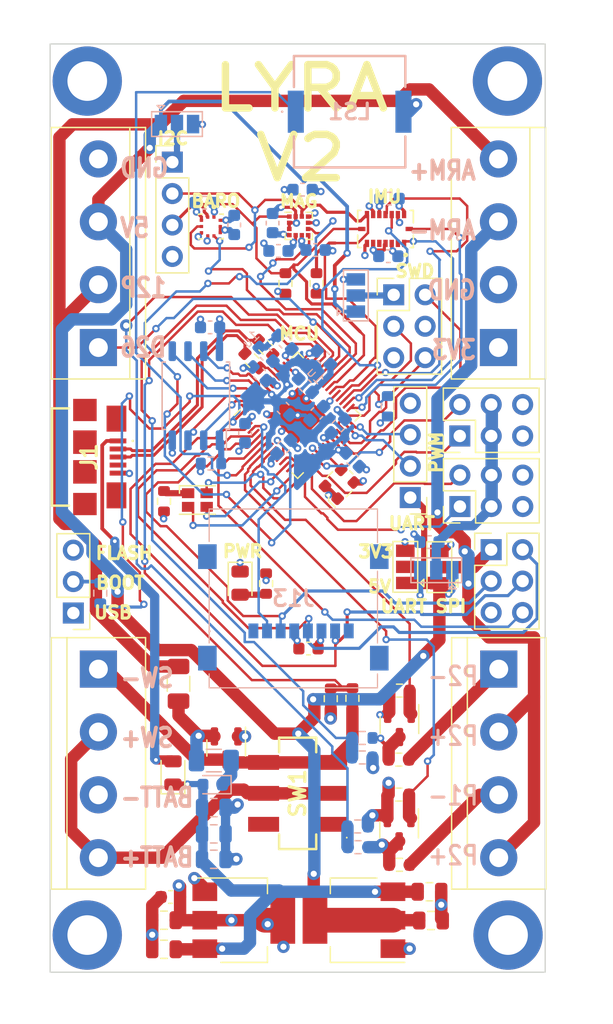
<source format=kicad_pcb>
(kicad_pcb (version 20221018) (generator pcbnew)
  (layers (0 "F.Cu" signal) (1 "In1.Cu" signal) (2 "In2.Cu" signal) (31 "B.Cu" signal) (34 "B.Paste" user) (35 "F.Paste" user) (36 "B.SilkS" user "B.Silkscreen") (37 "F.SilkS" user "F.Silkscreen") (38 "B.Mask" user) (39 "F.Mask" user) (44 "Edge.Cuts" user))
  (net 0 "")
  (net 1 "+12V")
  (net 2 "GND")
  (net 3 "+3V3")
  (net 4 "+5V")
  (net 5 "/SERVO PWR")
  (net 6 "Net-(U3-C1)")
  (net 7 "+1V1")
  (net 8 "VBUS")
  (net 9 "Net-(D2-A)")
  (net 10 "Net-(D3-A)")
  (net 11 "/LEDRED")
  (net 12 "/LEDGREEN")
  (net 13 "/LEDBLUE")
  (net 14 "Net-(Q1-S)")
  (net 15 "+12P")
  (net 16 "Net-(F2-Pad2)")
  (net 17 "/USB_D-")
  (net 18 "/USB_D+")
  (net 20 "/GPIO26")
  (net 21 "+BATT")
  (net 22 "/SPI PWR")
  (net 23 "/SPI0 SCLK")
  (net 24 "/SPI0 MOSI")
  (net 25 "/SPI0 MISO")
  (net 26 "/BRKOUT CS")
  (net 27 "/PYRO PWR")
  (net 28 "/P2-")
  (net 29 "/P1-")
  (net 30 "/SWD PWR")
  (net 31 "/SWCLK")
  (net 32 "/SWD")
  (net 33 "/RUN")
  (net 34 "/SERVO4")
  (net 35 "/SERVO3")
  (net 36 "/SERVO2")
  (net 37 "/SERVO1")
  (net 38 "/I2C PWR")
  (net 39 "/I2C1 SDA")
  (net 40 "/I2C1 SCL")
  (net 41 "/UART PWR")
  (net 42 "/UART0 TX")
  (net 43 "/UART0 RX")
  (net 44 "/BOOTSEL")
  (net 46 "/SD CS")
  (net 52 "/BUZZER")
  (net 53 "/P2 EN")
  (net 54 "Net-(Q2-D)")
  (net 55 "/P1 EN")
  (net 56 "Net-(Q3-D)")
  (net 57 "/P1 CONT")
  (net 58 "/P2 CONT")
  (net 59 "/BATT SENSE")
  (net 60 "/QSPI_SS")
  (net 61 "Net-(U6-USB_DP)")
  (net 62 "Net-(U6-USB_DM)")
  (net 65 "/MAG INT")
  (net 66 "/MAG DRDY")
  (net 67 "/BARO INT")
  (net 68 "/QSPI_SD1")
  (net 69 "/QSPI_SD2")
  (net 70 "/QSPI_SDO")
  (net 71 "/QSPI_SCLK")
  (net 72 "/QSPI_SD3")
  (net 73 "/XIN")
  (net 75 "/ACCEL INT1")
  (net 76 "/ACCEL INT2")
  (net 77 "/GYRO INT3")
  (net 78 "/GYRO INT4")
  (net 81 "+12VA")
  (footprint "Connector_PinHeader_2.54mm:PinHeader_2x03_P2.54mm_Vertical" (layer "F.Cu") (at 135.535 103.01)
    (fp_text reference "J4")
    (fp_text value "Conn_02x03_Odd_Even")
  )
  (footprint "Connector_PinHeader_2.54mm:PinHeader_1x03_P2.54mm_Vertical" (layer "F.Cu") (at 101.775 108.129999 180)
    (fp_text reference "J12")
    (fp_text value "Conn_01x03")
  )
  (footprint "Diode_SMD:D_0805_2012Metric" (layer "F.Cu") (at 109.825 121.05 90)
    (fp_text reference "D1")
    (fp_text value "D_Small")
  )
  (footprint "SnapEDA Library:XDCR_BMP390L" (layer "F.Cu") (at 112.8875 76.9)
    (fp_text reference "U4")
    (fp_text value "BMP390L")
  )
  (footprint "Package_TO_SOT_SMD:SOT-23" (layer "F.Cu") (at 128.1 125.6375 -90)
    (fp_text reference "Q3")
    (fp_text value "BSS138")
  )
  (footprint "Capacitor_SMD:C_0603_1608Metric" (layer "F.Cu") (at 120.775 111 180)
    (fp_text reference "C14")
    (fp_text value "1u")
  )
  (footprint "Package_TO_SOT_SMD:SOT-223-3_TabPin2" (layer "F.Cu") (at 115.55 132.95)
    (fp_text reference "U1")
    (fp_text value "AZ1117-3.3")
  )
  (footprint "Package_LGA:LGA-12_2x2mm_P0.5mm" (layer "F.Cu") (at 119.9875 76.85)
    (fp_text reference "U3")
    (fp_text value "LIS3MDL")
  )
  (footprint "Connector_PinHeader_2.54mm:PinHeader_1x04_P2.54mm_Vertical" (layer "F.Cu") (at 109.775 71.7)
    (fp_text reference "J10")
    (fp_text value "Conn_01x04")
  )
  (footprint "LED_SMD:LED_0805_2012Metric" (layer "F.Cu") (at 115.25 105.7125 -90)
    (fp_text reference "D2")
    (fp_text value "LED")
  )
  (footprint "Resistor_SMD:R_0603_1608Metric" (layer "F.Cu") (at 128.125 114.4)
    (fp_text reference "R2")
    (fp_text value "470R")
  )
  (footprint "TerminalBlock:TerminalBlock_bornier-4_P5.08mm" (layer "F.Cu") (at 136.15 112.66 -90)
    (fp_text reference "J6")
    (fp_text value "Screw_Terminal_01x04")
  )
  (footprint "Capacitor_SMD:C_0805_2012Metric" (layer "F.Cu") (at 130.55 130.65)
    (fp_text reference "C4")
    (fp_text value "10u")
  )
  (footprint "Resistor_SMD:R_0603_1608Metric" (layer "F.Cu") (at 128.075 119.975 180)
    (fp_text reference "R4")
    (fp_text value "10R")
  )
  (footprint "Connector_PinHeader_2.54mm:PinHeader_1x04_P2.54mm_Vertical" (layer "F.Cu") (at 129 98.8 180)
    (fp_text reference "J11")
    (fp_text value "Conn_01x04")
  )
  (footprint "SamacSys_Parts:JS202011SCQN" (layer "F.Cu") (at 119.9 122.7 90)
    (fp_text reference "SW1")
    (fp_text value "SW_Push_DPDT" hide)
  )
  (footprint "MountingHole:MountingHole_3.2mm_M3_DIN965_Pad" (layer "F.Cu") (at 136.9 134.15)
    (fp_text reference "H3")
    (fp_text value "MountingHole_Pad")
  )
  (footprint "Resistor_SMD:R_0603_1608Metric" (layer "F.Cu") (at 124.325 115.025 90)
    (fp_text reference "R10")
    (fp_text value "20k")
  )
  (footprint "TerminalBlock:TerminalBlock_bornier-4_P5.08mm" (layer "F.Cu") (at 103.8 112.66 -90)
    (fp_text reference "J3")
    (fp_text value "Screw_Terminal_01x04")
  )
  (footprint "MountingHole:MountingHole_3.2mm_M3_DIN965_Pad" (layer "F.Cu") (at 102.9 134.15)
    (fp_text reference "H4")
    (fp_text value "MountingHole_Pad")
  )
  (footprint "Resistor_SMD:R_0603_1608Metric" (layer "F.Cu") (at 128.075 122.8)
    (fp_text reference "R3")
    (fp_text value "470R")
  )
  (footprint "MountingHole:MountingHole_3.2mm_M3_DIN965_Pad" (layer "F.Cu") (at 136.85 65.15)
    (fp_text reference "H2")
    (fp_text value "MountingHole_Pad")
  )
  (footprint "Oscillator:Oscillator_SMD_ECS_2520MV-xxx-xx-4Pin_2.5x2.0mm" (layer "F.Cu") (at 123.275 97.725 135)
    (fp_text reference "X1")
    (fp_text value "ECS-2520MV-xxx-xx")
  )
  (footprint "Package_TO_SOT_SMD:SOT-23" (layer "F.Cu") (at 114.125 119.0375 -90)
    (fp_text reference "Q1")
    (fp_text value "AO3401A")
  )
  (footprint "TerminalBlock:TerminalBlock_bornier-4_P5.08mm" (layer "F.Cu") (at 136.125 86.68 90)
    (fp_text reference "J5")
    (fp_text value "Screw_Terminal_01x04")
  )
  (footprint "Resistor_SMD:R_0603_1608Metric" (layer "F.Cu") (at 121.425 81.5 90)
    (fp_text reference "R18")
    (fp_text value "2k2")
  )
  (footprint "Package_TO_SOT_SMD:SOT-223-3_TabPin2" (layer "F.Cu") (at 124.45 132.95 180)
    (fp_text reference "U2")
    (fp_text value "AZ1117-5.0")
  )
  (footprint "Resistor_SMD:R_0603_1608Metric" (layer "F.Cu") (at 109.1 99.1 -90)
    (fp_text reference "R12")
    (fp_text value "R_Small")
  )
  (footprint "Capacitor_SMD:C_0805_2012Metric" (layer "F.Cu") (at 130.675 132.975)
    (fp_text reference "C8")
    (fp_text value "22u")
  )
  (footprint "Jumper:SolderJumper-3_P1.3mm_Open_Pad1.0x1.5mm" (layer "F.Cu") (at 128.6 104.4 90)
    (fp_text reference "JP4")
    (fp_text value "SolderJumper_3_Open")
  )
  (footprint "SnapEDA Library:PQFN50P450X300X100-16N" (layer "F.Cu") (at 127 77.1 180)
    (fp_text reference "U7")
    (fp_text value "BMI088")
  )
  (footprint "Resistor_SMD:R_0603_1608Metric" (layer "F.Cu") (at 117.35 105.75 90)
    (fp_text reference "R1")
    (fp_text value "1k")
  )
  (footprint "Capacitor_SMD:C_0603_1608Metric" (layer "F.Cu") (at 109.625 131.075 180)
    (fp_text reference "C3")
    (fp_text value "1u")
  )
  (footprint "Capacitor_SMD:C_0805_2012Metric" (layer "F.Cu") (at 109.1 132.95 180)
    (fp_text reference "C2")
    (fp_text value "22u")
  )
  (footprint "Resistor_SMD:R_0603_1608Metric" (layer "F.Cu") (at 118.915 81.5 90)
    (fp_text reference "R17")
    (fp_text value "2k2")
  )
  (footprint "MountingHole:MountingHole_3.2mm_M3_DIN965_Pad" (layer "F.Cu") (at 102.9 65.15)
    (fp_text reference "H1")
    (fp_text value "MountingHole_Pad")
  )
  (footprint "SamacSys_Parts:101181920001LF" (layer "F.Cu") (at 102.825 95.525 -90)
    (fp_text reference "J1")
    (fp_text value "USB_B_Micro" hide)
  )
  (footprint "Resistor_SMD:R_0603_1608Metric" (layer "F.Cu") (at 116.225 87.741637 -45)
    (fp_text reference "R15")
    (fp_text value "27R")
  )
  (footprint "Connector_PinHeader_2.54mm:PinHeader_2x03_P2.54mm_Vertical" (layer "F.Cu") (at 133.01 99.525 90)
    (fp_text reference "J9")
    (fp_text value "Conn_02x03_Odd_Even")
  )
  (footprint "Package_DFN_QFN:QFN-56-1EP_7x7mm_P0.4mm_EP3.2x3.2mm" (layer "F.Cu") (at 119.9 92.15 45)
    (fp_text reference "U6")
    (fp_text value "RP2040")
  )
  (footprint "LED_SMD:LED_Cree-PLCC4_2x2mm_CW" (layer "F.Cu") (at 111.8 99)
    (fp_text reference "D3")
    (fp_text value "CLV1L-FKB")
  )
  (footprint "TerminalBlock:TerminalBlock_bornier-4_P5.08mm" (layer "F.Cu") (at 103.8 86.68 90)
    (fp_text reference "J2")
    (fp_text value "Screw_Terminal_01x04")
  )
  (footprint "Connector_PinHeader_2.54mm:PinHeader_2x03_P2.54mm_Vertical" (layer "F.Cu") (at 127.66 82.42)
    (fp_text reference "J7")
    (fp_text value "Conn_02x03_Odd_Even")
  )
  (footprint "Capacitor_SMD:C_0805_2012Metric" (layer "F.Cu") (at 109.1 135.3 180)
    (fp_text reference "C1")
    (fp_text value "10u")
  )
  (footprint "Fuse:Fuse_1206_3216Metric" (layer "F.Cu") (at 110.275 113.85 90)
    (fp_text reference "F1")
    (fp_text value "2a")
  )
  (footprint "Package_TO_SOT_SMD:SOT-23" (layer "F.Cu") (at 128.125 117.2125 -90)
    (fp_text reference "Q2")
    (fp_text value "BSS138")
  )
  (footprint "Connector_PinHeader_2.54mm:PinHeader_2x03_P2.54mm_Vertical" (layer "F.Cu") (at 133 93.825 90)
    (fp_text reference "J8")
    (fp_text value "Conn_02x03_Odd_Even")
  )
  (footprint "Jumper:SolderJumper-3_P1.3mm_Open_Pad1.0x1.5mm" (layer "F.Cu") (at 131.35 104.425 90)
    (fp_text reference "JP3")
    (fp_text value "SolderJumper_3_Open")
  )
  (footprint "Resistor_SMD:R_0603_1608Metric" (layer "F.Cu") (at 128.125 128.475 180)
    (fp_text reference "R5")
    (fp_text value "10R")
  )
  (footprint "Resistor_SMD:R_0603_1608Metric" (layer "F.Cu") (at 117.306676 86.675 135)
    (fp_text reference "R16")
    (fp_text value "27R")
  )
  (footprint "Resistor_SMD:R_0603_1608Metric" (layer "F.Cu") (at 122.575 115.05 -90)
    (fp_text reference "R11")
    (fp_text value "6k")
  )
  (footprint "Jumper:SolderJumper-3_P1.3mm_Open_Pad1.0x1.5mm" (layer "B.Cu") (at 124.6 82.475 90)
    (fp_text reference "JP5")
    (fp_text value "SolderJumper_3_Open")
  )
  (footprint "Capacitor_SMD:C_0603_1608Metric" (layer "B.Cu") (at 127.325 74.65)
    (fp_text reference "C26")
    (fp_text value "100nf")
  )
  (footprint "Capacitor_SMD:C_0603_1608Metric" (layer "B.Cu") (at 117.875 76.625 90)
    (fp_text reference "C12")
    (fp_text value "100n")
  )
  (footprint "Capacitor_SMD:C_0603_1608Metric" (layer "B.Cu") (at 121.45 92 -135)
    (fp_text reference "C25")
    (fp_text value "100n")
  )
  (footprint "Package_SO:SOIC-8_5.23x5.23mm_P1.27mm" (layer "B.Cu") (at 111.675 90.575 90)
    (fp_text reference "U5")
    (fp_text value "W25Q128JVS")
  )
  (footprint "Capacitor_SMD:C_0603_1608Metric" (layer "B.Cu") (at 121.35 78.8)
    (fp_text reference "C13")
    (fp_text value "100n")
  )
  (footprint "Resistor_SMD:R_0603_1608Metric" (layer "B.Cu") (at 125.125 119.8)
    (fp_text reference "R7")
    (fp_text value "6k")
  )
  (footprint "Capacitor_SMD:C_0603_1608Metric" (layer "B.Cu") (at 127.225 79.3 180)
    (fp_text reference "C28")
    (fp_text value "100nf")
  )
  (footprint "Capacitor_SMD:C_0603_1608Metric" (layer "B.Cu") (at 112.375 74.975 180)
    (fp_text reference "C16")
    (fp_text value "100n")
  )
  (footprint "Capacitor_SMD:C_0603_1608Metric" (layer "B.Cu") (at 118.35 78.875 180)
    (fp_text reference "C11")
    (fp_text value "100n")
  )
  (footprint "Capacitor_SMD:C_0603_1608Metric" (layer "B.Cu") (at 112.825 85.05 180)
    (fp_text reference "C18")
    (fp_text value "100n")
  )
  (footprint "Jumper:SolderJumper-3_P1.3mm_Open_Pad1.0x1.5mm" (layer "B.Cu") (at 110.15 68.625)
    (fp_text reference "JP2")
    (fp_text value "SolderJumper_3_Open")
  )
  (footprint "SamacSys_Parts:MEM20670218000A" (layer "B.Cu") (at 119.55 111.775 180)
    (fp_text reference "J13")
    (fp_text value "MEM2067-02-180-00-A" hide)
  )
  (footprint "Resistor_SMD:R_0603_1608Metric" (layer "B.Cu") (at 124.775 127.05 180)
    (fp_text reference "R8")
    (fp_text value "20k")
  )
  (footprint "Capacitor_SMD:C_0805_2012Metric" (layer "B.Cu") (at 113.125 128.025)
    (fp_text reference "C5")
    (fp_text value "10u")
  )
  (footprint "Resistor_SMD:R_0603_1608Metric" (layer "B.Cu") (at 103.95 106.525 90)
    (fp_text reference "R13")
    (fp_text value "1k")
  )
  (footprint "SamacSys_Parts:PKMCS0909E4000R1" (layer "B.Cu") (at 124.1 67.625)
    (fp_text reference "LS1")
    (fp_text value "PKMCS0909E4000-R1" hide)
  )
  (footprint "Resistor_SMD:R_0603_1608Metric" (layer "B.Cu") (at 125.125 118.225 180)
    (fp_text reference "R6")
    (fp_text value "20k")
  )
  (footprint "Capacitor_SMD:C_0603_1608Metric" (layer "B.Cu") (at 122 87.5 -45)
    (fp_text reference "C23")
    (fp_text value "100n")
  )
  (footprint "Capacitor_SMD:C_0603_1608Metric" (layer "B.Cu") (at 123.175 93.025 45)
    (fp_text reference "C30")
    (fp_text value "100n")
  )
  (footprint "Jumper:SolderJumper-3_P1.3mm_Open_Pad1.0x1.5mm" (layer "B.Cu") (at 131.1 104.675 180)
    (fp_text reference "JP1")
    (fp_text value "SolderJumper_3_Open")
  )
  (footprint "Capacitor_SMD:C_0603_1608Metric" (layer "B.Cu") (at 115.65 93.6 -90)
    (fp_text reference "C29")
    (fp_text value "100n")
  )
  (footprint "Capacitor_SMD:C_0603_1608Metric" (layer "B.Cu") (at 118.725 91.575 -45)
    (fp_text reference "C17")
    (fp_text value "100n")
  )
  (footprint "Fuse:Fuse_1206_3216Metric" (layer "B.Cu") (at 113.125 120.05)
    (fp_text reference "F2")
    (fp_text value "200ma")
  )
  (footprint "Resistor_SMD:R_0603_1608Metric" (layer "B.Cu") (at 112.9 96.05)
    (fp_text reference "R14")
    (fp_text value "DNF")
  )
  (footprint "Capacitor_SMD:C_0603_1608Metric" (layer "B.Cu") (at 114.775 76.775 -90)
    (fp_text reference "C19")
    (fp_text value "100n")
  )
  (footprint "Capacitor_SMD:C_0603_1608Metric" (layer "B.Cu") (at 124.35 95.75 -45)
    (fp_text reference "C15")
    (fp_text value "100n")
  )
  (footprint "Diode_SMD:D_0603_1608Metric" (layer "B.Cu") (at 113.0375 122 180)
    (fp_text reference "FB1")
    (fp_text value "FerriteBead_Small")
  )
  (footprint "Capacitor_SMD:C_0603_1608Metric" (layer "B.Cu") (at 130.55 102.4 180)
    (fp_text reference "C9")
    (fp_text value "1u")
  )
  (footprint "Capacitor_SMD:C_0805_2012Metric" (layer "B.Cu") (at 113.125 125.975)
    (fp_text reference "C6")
    (fp_text value "10u")
  )
  (footprint "Capacitor_SMD:C_0603_1608Metric" (layer "B.Cu") (at 117.35 87.225 135)
    (fp_text reference "C20")
    (fp_text value "1u")
  )
  (footprint "Resistor_SMD:R_0603_1608Metric" (layer "B.Cu") (at 127.175 91.425 90)
    (fp_text reference "R19")
    (fp_text value "10k")
  )
  (footprint "Resistor_SMD:R_0603_1608Metric" (layer "B.Cu") (at 124.749999 125.375)
    (fp_text reference "R9")
    (fp_text value "6k")
  )
  (footprint "Capacitor_SMD:C_0603_1608Metric" (layer "B.Cu") (at 118.875 86.25 135)
    (fp_text reference "C27")
    (fp_text value "100n")
  )
  (footprint "Capacitor_SMD:C_0603_1608Metric" (layer "B.Cu") (at 116.826992 88.801992 135)
    (fp_text reference "C22")
    (fp_text value "100n")
  )
  (footprint "Capacitor_SMD:C_0805_2012Metric" (layer "B.Cu") (at 113.125 123.85)
    (fp_text reference "C7")
    (fp_text value "1u")
  )
  (footprint "Capacitor_SMD:C_0603_1608Metric" (layer "B.Cu") (at 120.525 89.75 -45)
    (fp_text reference "C21")
    (fp_text value "1u")
  )
  (footprint "Capacitor_SMD:C_0603_1608Metric" (layer "B.Cu") (at 118.775 94.7 45)
    (fp_text reference "C24")
    (fp_text value "100n")
  )
  (footprint "Capacitor_SMD:C_0603_1608Metric" (layer "B.Cu") (at 120.3 73.925)
    (fp_text reference "C10")
    (fp_text value "1u")
  )
  (gr_rect locked (start 99.9 62.15) (end 139.9 137.15) (stroke (width 0.1)) (fill none) (layer "Edge.Cuts"))
  (gr_text "ARM+\n\nARM-\n\nGND\n\n3V3" (at 134.45 87.75) (layer "B.SilkS") (effects (font (size 1.5 1.25) (thickness 0.3125) bold) (justify left bottom mirror)))
  (gr_text "GND\n\n5V\n\n12P\n\nD26" (at 105.4 87.55) (layer "B.SilkS") (effects (font (size 1.5 1.25) (thickness 0.3125) bold) (justify right bottom mirror)))
  (gr_text "P2-\n\nP2+\n\nP1-\n\nP2+" (at 130.3 128.6) (layer "B.SilkS") (effects (font (size 1.5 1.25) (thickness 0.25) bold) (justify right bottom mirror)))
  (gr_text "SW-\n\nSW+\n\nBATT-\n\nBATT+\n" (at 105.45 128.75) (layer "B.SilkS") (effects (font (size 1.5 1.25) (thickness 0.3125) bold) (justify right bottom mirror)))
  (gr_text "1u\n" (at 117 85.75 45) (layer "B.SilkS") (effects (font (size 0.8 0.8) (thickness 0.1) bold) (justify left bottom mirror)))
  (gr_text "1u\n" (at 121.6 89.85 315) (layer "B.SilkS") (effects (font (size 0.8 0.8) (thickness 0.1) bold) (justify left bottom mirror)))
  (gr_text "PWR" (at 113.725 103.725) (layer "F.SilkS") (effects (font (size 1 1) (thickness 0.25) bold) (justify left bottom)))
  (gr_text "BARO" (at 111.175 75.425) (layer "F.SilkS") (effects (font (size 1 1) (thickness 0.25) bold) (justify left bottom)))
  (gr_text "LYRA\nV2" (at 120.15942 73.415) (layer "F.SilkS") (effects (font (size 3.5 4) (thickness 0.6)) (justify bottom)))
  (gr_text "BOOT" (at 103.475 106.275) (layer "F.SilkS") (effects (font (size 1 1) (thickness 0.25) bold) (justify left bottom)))
  (gr_text "MCU" (at 118.275 86.15) (layer "F.SilkS") (effects (font (size 1 1) (thickness 0.25) bold) (justify left bottom)))
  (gr_text "UART SPI\n" (at 126.475 108.175) (layer "F.SilkS") (effects (font (size 1 1) (thickness 0.25) bold) (justify left bottom)))
  (gr_text "PWM" (at 131.68 96.955 90) (layer "F.SilkS") (effects (font (size 1 1) (thickness 0.25) bold) (justify left bottom)))
  (gr_text "5V" (at 125.45 106.575) (layer "F.SilkS") (effects (font (size 1 1) (thickness 0.25) bold) (justify left bottom)))
  (gr_text "IMU" (at 125.425 75.075) (layer "F.SilkS") (effects (font (size 1 1) (thickness 0.25) bold) (justify left bottom)))
  (gr_text "SWD" (at 127.66 81.09) (layer "F.SilkS") (effects (font (size 1 1) (thickness 0.25) bold) (justify left bottom)))
  (gr_text "3V3" (at 124.675 103.75) (layer "F.SilkS") (effects (font (size 1 1) (thickness 0.25) bold) (justify left bottom)))
  (gr_text "I2C" (at 108.445 70.37) (layer "F.SilkS") (effects (font (size 1 1) (thickness 0.25) bold) (justify left bottom)))
  (gr_text "FLASH\n" (at 103.45 103.875) (layer "F.SilkS") (effects (font (size 1 1) (thickness 0.25) bold) (justify left bottom)))
  (gr_text "UART" (at 127.125 101.475) (layer "F.SilkS") (effects (font (size 1 1) (thickness 0.25) bold) (justify left bottom)))
  (gr_text "MAG" (at 118.325 75.45) (layer "F.SilkS") (effects (font (size 1 1) (thickness 0.25) bold) (justify left bottom)))
  (gr_text "USB" (at 103.325 108.675) (layer "F.SilkS") (effects (font (size 1 1) (thickness 0.25) bold) (justify left bottom)))
  (segment (start 124.325 115.85) (end 124.325 118.525) (width 1) (layer "F.Cu") (net 1))
  (segment (start 114.125 119.975) (end 111.722164 119.975) (width 1) (layer "F.Cu") (net 1))
  (segment (start 111.722164 119.975) (end 104.407164 112.66) (width 1) (layer "F.Cu") (net 1))
  (segment (start 124.325 118.525) (end 122.65 120.2) (width 1) (layer "F.Cu") (net 1))
  (segment (start 122.65 120.2) (end 114.625 120.2) (width 1) (layer "F.Cu") (net 1))
  (segment (start 114.625 120.2) (end 114.5 120.075) (width 1) (layer "F.Cu") (net 1))
  (segment (start 104.407164 112.66) (end 103.8 112.66) (width 1) (layer "F.Cu") (net 1))
  (segment (start 127.6 135.25) (end 128.95 135.25) (width 1) (layer "F.Cu") (net 2))
  (segment (start 128.5 75.935) (end 128.5 75.640498) (width 0.254) (layer "F.Cu") (net 2))
  (segment (start 127 78.265) (end 126.902 78.363) (width 0.254) (layer "F.Cu") (net 2))
  (segment (start 108.175 131.75) (end 108.15 131.75) (width 1) (layer "F.Cu") (net 2))
  (segment (start 126 75.641805) (end 125.685573 75.327378) (width 0.254) (layer "F.Cu") (net 2))
  (segment (start 115.075 118.1) (end 115.65 118.1) (width 1) (layer "F.Cu") (net 2))
  (segment (start 119.7375 76.404) (end 119.7375 76.0875) (width 0.254) (layer "F.Cu") (net 2))
  (segment (start 126.902 78.363) (end 126.902 78.787) (width 0.254) (layer "F.Cu") (net 2))
  (segment (start 115.25 104.775) (end 115.25 104.05) (width 0.3) (layer "F.Cu") (net 2))
  (segment (start 108.15 135.3) (end 108.15 132.95) (width 1) (layer "F.Cu") (net 2))
  (segment (start 127.3 114.4) (end 127.3 116.15) (width 1) (layer "F.Cu") (net 2))
  (segment (start 119.8 76.4665) (end 119.7375 76.404) (width 0.254) (layer "F.Cu") (net 2))
  (segment (start 128.5 75.640498) (end 128.1 75.240498) (width 0.254) (layer "F.Cu") (net 2))
  (segment (start 112.125 77.4) (end 112.125 77.46145) (width 0.254) (layer "F.Cu") (net 2))
  (segment (start 127.3 116.15) (end 127.175 116.275) (width 1) (layer "F.Cu") (net 2))
  (segment (start 126.006932 78.271932) (end 126 78.265) (width 0.254) (layer "F.Cu") (net 2))
  (segment (start 119.7375 75.646) (end 119.4415 75.35) (width 0.254) (layer "F.Cu") (net 2))
  (segment (start 127.15 124.7) (end 127.15 122.9) (width 1) (layer "F.Cu") (net 2))
  (segment (start 126.902 78.787) (end 126.887268 78.801732) (width 0.254) (layer "F.Cu") (net 2))
  (segment (start 125.685573 75.327378) (end 125.685573 75.240638) (width 0.254) (layer "F.Cu") (net 2))
  (segment (start 119.8 76.625) (end 119.775 76.6) (width 0.254) (layer "F.Cu") (net 2))
  (segment (start 121.147563 94.811776) (end 121.099492 94.811776) (width 0.2) (layer "F.Cu") (net 2))
  (segment (start 131.5 132.85) (end 131.625 132.975) (width 1) (layer "F.Cu") (net 2))
  (segment (start 127.25 122.8) (end 127.25 121.85) (width 1) (layer "F.Cu") (net 2))
  (segment (start 114.014581 77.175) (end 114.024042 77.184461) (width 0.254) (layer "F.Cu") (net 2))
  (segment (start 112.4 130.4) (end 111.55 129.55) (width 1) (layer "F.Cu") (net 2))
  (segment (start 124.441726 97.583579) (end 125.066421 97.583579) (width 0.5) (layer "F.Cu") (net 2))
  (segment (start 119.7375 76.0875) (end 119.7375 75.646) (width 0.254) (layer "F.Cu") (net 2))
  (segment (start 119.775 76.6) (end 119.225 76.6) (width 0.254) (layer "F.Cu") (net 2))
  (segment (start 113.65 76.9) (end 113.65 77.175) (width 0.254) (layer "F.Cu") (net 2))
  (segment (start 119.225 76.6) (end 119.225 77.083145) (width 0.254) (layer "F.Cu") (net 2))
  (segment (start 127.175 116.275) (end 126.625 116.275) (width 0.3) (layer "F.Cu") (net 2))
  (segment (start 131.5 131.7) (end 131.5 132.85) (width 1) (layer "F.Cu") (net 2))
  (segment (start 113.65 77.175) (end 113.65 77.4) (width 0.254) (layer "F.Cu") (net 2))
  (segment (start 108.15 131.75) (end 108.15 132.95) (width 1) (layer "F.Cu") (net 2))
  (segment (start 113.65 77.175) (end 114.014581 77.175) (width 0.254) (layer "F.Cu") (net 2))
  (segment (start 106.275 96.825) (end 106.3 96.85) (width 0.254) (layer "F.Cu") (net 2))
  (segment (start 127.15 122.9) (end 127.25 122.8) (width 1) (layer "F.Cu") (net 2))
  (segment (start 112.125 76.125) (end 111.725 75.725) (width 0.254) (layer "F.Cu") (net 2))
  (segment (start 126.887268 78.801732) (end 126.006932 78.801732) (width 0.254) (layer "F.Cu") (net 2))
  (segment (start 131.5 130.65) (end 131.5 132.85) (width 1) (layer "F.Cu") (net 2))
  (segment (start 122.575 116.625) (end 122.55 116.65) (width 1) (layer "F.Cu") (net 2))
  (segment (start 126.924869 124.474869) (end 127.15 124.7) (width 1) (layer "F.Cu") (net 2))
  (segment (start 112.125 76.4) (end 112.125 76.125) (width 0.254) (layer "F.Cu") (net 2))
  (segment (start 126.625 116.275) (end 126.55 116.35) (width 0.3) (layer "F.Cu") (net 2))
  (segment (start 119.4415 75.35) (end 118.55 75.35) (width 0.254) (layer "F.Cu") (net 2))
  (segment (start 121.55 111) (end 121.55 110.55) (width 0.5) (layer "F.Cu") (net 2))
  (segment (start 108.85 131.075) (end 108.175 131.75) (width 1) (layer "F.Cu") (net 2))
  (segment (start 119.9 92.15) (end 117.5 92.15) (width 0.5) (layer "F.Cu") (net 2))
  (segment (start 119.463754 91.713754) (end 119.9 92.15) (width 0.5) (layer "F.Cu") (net 2))
  (segment (start 119.8 76.625) (end 119.8 76.4665) (width 0.254) (layer "F.Cu") (net 2))
  (segment (start 117.5 92.15) (end 117.4 92.05) (width 0.5) (layer "F.Cu") (net 2))
  (segment (start 121.55 110.55) (end 121.75 110.35) (width 0.5) (layer "F.Cu") (net 2))
  (segment (start 122.575 115.875) (end 122.575 116.625) (width 1) (layer "F.Cu") (net 2))
  (segment (start 112.4 130.65) (end 112.4 130.4) (width 1) (layer "F.Cu") (net 2))
  (segment (start 125.938219 124.474869) (end 126.924869 124.474869) (width 1) (layer "F.Cu") (net 2))
  (segment (start 125.066421 97.583579) (end 125.2 97.45) (width 0.5) (layer "F.Cu") (net 2))
  (segment (start 126 75.935) (end 126 75.641805) (width 0.254) (layer "F.Cu") (net 2))
  (segment (start 112.125 77.46145) (end 111.865811 77.720639) (width 0.254) (layer "F.Cu") (net 2))
  (segment (start 119.9 92.15) (end 118.6 93.45) (width 0.5) (layer "F.Cu") (net 2))
  (segment (start 126.006932 78.801732) (end 126.006932 78.271932) (width 0.254) (layer "F.Cu") (net 2))
  (segment (start 105.385 96.825) (end 106.275 96.825) (width 0.254) (layer "F.Cu") (net 2))
  (segment (start 121.623573 95.287786) (end 121.147563 94.811776) (width 0.2) (layer "F.Cu") (net 2))
  (segment (start 120.75 76.6) (end 121.4 76.6) (width 0.254) (layer "F.Cu") (net 2))
  (segment (start 119.463754 90.4) (end 119.463754 91.713754) (width 0.5) (layer "F.Cu") (net 2))
  (via (at 114.024042 77.184461) (size 0.6) (drill 0.3) (layers "F.Cu" "B.Cu") (net 2))
  (via (at 112.05 84.4) (size 0.6) (drill 0.3) (layers "F.Cu" "B.Cu") (net 2))
  (via (at 121.75 110.35) (size 0.6) (drill 0.3) (layers "F.Cu" "B.Cu") (net 2))
  (via (at 119.9 94.825) (size 0.6) (drill 0.3) (layers "F.Cu" "B.Cu") (net 2))
  (via (at 120.6 90.8) (size 0.6) (drill 0.3) (layers "F.Cu" "B.Cu") (net 2))
  (via (at 111.725 75.725) (size 0.6) (drill 0.3) (layers "F.Cu" "B.Cu") (net 2))
  (via (at 108.15 134.125) (size 1) (drill 0.5) (layers "F.Cu" "B.Cu") (net 2))
  (via (at 122.737 78.864) (size 0.6) (drill 0.3) (layers "F.Cu" "B.Cu") (net 2))
  (via (at 117.723252 86.258424) (size 0.6) (drill 0.3) (layers "F.Cu" "B.Cu") (net 2))
  (via (at 106.3 96.85) (size 0.6) (drill 0.3) (layers "F.Cu" "B.Cu") (net 2))
  (via (at 129.3 101.75) (size 0.6) (drill 0.3) (layers "F.Cu" "B.Cu") (net 2))
  (via (at 125.938219 124.474869) (size 1) (drill 0.5) (layers "F.Cu" "B.Cu") (net 2))
  (via (at 125.685573 75.240638) (size 0.6) (drill 0.3) (layers "F.Cu" "B.Cu") (net 2))
  (via (at 115.05 123.6) (size 1) (drill 0.5) (layers "F.Cu" "B.Cu") (net 2))
  (via (at 119.8 76.625) (size 0.6) (drill 0.3) (layers "F.Cu" "B.Cu") (net 2))
  (via (at 109.775736 95.201442) (size 0.6) (drill 0.3) (layers "F.Cu" "B.Cu") (net 2))
  (via (at 111.865811 77.720639) (size 0.6) (drill 0.3) (layers "F.Cu" "B.Cu") (net 2))
  (via (at 123.1 91.7) (size 0.6) (drill 0.3) (layers "F.Cu" "B.Cu") (net 2))
  (via (at 125.2 97.45) (size 0.6) (drill 0.3) (layers "F.Cu" "B.Cu") (net 2))
  (via (at 115.5 88.35) (size 0.6) (drill 0.3) (layers "F.Cu" "B.Cu") (net 2))
  (via (at 126 120.65) (size 1) (drill 0.5) (layers "F.Cu" "B.Cu") (net 2))
  (via (at 128.95 135.25) (size 1) (drill 0.5) (layers "F.Cu" "B.Cu") (net 2))
  (via (at 117.170589 78.25) (size 0.6) (drill 0.3) (layers "F.Cu" "B.Cu") (net 2))
  (via (at 119.463754 90.4) (size 0.6) (drill 0.3) (layers "F.Cu" "B.Cu") (net 2))
  (via (at 115.15 95.05) (size 0.6) (drill 0.3) (layers "F.Cu" "B.Cu") (net 2))
  (via (at 115.25 104.05) (size 0.6) (drill 0.3) (layers "F.Cu" "B.Cu") (net 2))
  (via (at 115.65 118.1) (size 1) (drill 0.5) (layers "F.Cu" "B.Cu") (net 2))
  (via (at 121.775 74.075) (size 0.6) (drill 0.3) (layers "F.Cu" "B.Cu") (net 2))
  (via (at 125.45 96.55) (size 0.6) (drill 0.3) (layers "F.Cu" "B.Cu") (net 2))
  (via (at 111.55 129.55) (size 1) (drill 0.5) (layers "F.Cu" "B.Cu") (net 2))
  (via (at 114.95 128) (size 1) (drill 0.5) (layers "F.Cu" "B.Cu") (net 2))
  (via (at 131.5 131.7) (size 1) (drill 0.5) (layers "F.Cu" "B.Cu") (net 2))
  (via (at 117.4 92.05) (size 0.6) (drill 0.3) (layers "F.Cu" "B.Cu") (net 2))
  (via (at 122.55 116.65) (size 1) (drill 0.5) (layers "F.Cu" "B.Cu") (net 2))
  (via (at 127.25 121.85) (size 1) (drill 0.5) (layers "F.Cu" "B.Cu") (net 2))
  (via (at 121.4 76.6) (size 0.6) (drill 0.3) (layers "F.Cu" "B.Cu") (net 2))
  (via (at 118.6 93.45) (size 0.6) (drill 0.3) (layers "F.Cu" "B.Cu") (net 2))
  (via (at 126.006932 78.801732) (size 0.6) (drill 0.3) (layers "F.Cu" "B.Cu") (net 2))
  (via (at 128.1 75.240498) (size 0.6) (drill 0.3) (layers "F.Cu" "B.Cu") (net 2))
  (via (at 121.099492 94.811776) (size 0.6) (drill 0.3) (layers "F.Cu" "B.Cu") (net 2))
  (via (at 119.9 92.15) (size 0.6) (drill 0.3) (layers "F.Cu" "B.Cu") (net 2))
  (via (at 126.55 116.35) (size 0.6) (drill 0.3) (layers "F.Cu" "B.Cu") (net 2))
  (via (at 118.55 75.35) (size 0.6) (drill 0.3) (layers "F.Cu" "B.Cu") (net 2))
  (via (at 129.475 67.025) (size 1) (drill 0.5) (layers "F.Cu" "B.Cu") (net 2))
  (segment (start 125.574999 125.375) (end 125.574999 124.838089) (width 1) (layer "B.Cu") (net 2))
  (segment (start 114.075 123.85) (end 114.8 123.85) (width 1) (layer "B.Cu") (net 2))
  (segment (start 114.075 123.85) (end 114.075 128.025) (width 0.75) (layer "B.Cu") (net 2))
  (segment (start 126.006932 78.801732) (end 126.006932 78.856932) (width 0.5) (layer "B.Cu") (net 2))
  (segment (start 119.9 92.15) (end 120.503984 92.15) (width 0.3) (layer "B.Cu") (net 2))
  (segment (start 114.075 128.025) (end 114.925 128.025) (width 1) (layer "B.Cu") (net 2))
  (segment (start 118.55 75.35) (end 118.375 75.35) (width 0.5) (layer "B.Cu") (net 2))
  (segment (start 121.775 74.075) (end 121.225 74.075) (width 0.5) (layer "B.Cu") (net 2))
  (segment (start 119.9 92.15) (end 119.3 92.15) (width 0.3) (layer "B.Cu") (net 2))
  (segment (start 114.409461 77.184461) (end 114.775 77.55) (width 0.5) (layer "B.Cu") (net 2))
  (segment (start 120.503984 92.15) (end 120.901992 92.548008) (width 0.3) (layer "B.Cu") (net 2))
  (segment (start 115.596016 88.253984) (end 116.278984 88.253984) (width 0.5) (layer "B.Cu") (net 2))
  (segment (start 128.875 67.625) (end 128.45 67.625) (width 1) (layer "B.Cu") (net 2))
  (segment (start 118.279684 85.701992) (end 117.723252 86.258424) (width 0.5) (layer "B.Cu") (net 2))
  (segment (start 123.1 91.7) (end 123.723008 92.323008) (width 0.5) (layer "B.Cu") (net 2))
  (segment (start 118.326992 85.701992) (end 118.279684 85.701992) (width 0.5) (layer "B.Cu") (net 2))
  (segment (start 126.006932 78.856932) (end 126.45 79.3) (width 0.5) (layer "B.Cu") (net 2))
  (segment (start 119.375 92.15) (end 119.298008 92.073008) (width 0.5) (layer "B.Cu") (net 2))
  (segment (start 125.95 120.6) (end 126 120.65) (width 1) (layer "B.Cu") (net 2))
  (segment (start 119.9 94.825) (end 119.323008 94.248008) (width 0.5) (layer "B.Cu") (net 2))
  (segment (start 114.024042 77.184461) (end 114.409461 77.184461) (width 0.5) (layer "B.Cu") (net 2))
  (segment (start 121.225 74.075) (end 121.375 73.925) (width 0.5) (layer "B.Cu") (net 2))
  (segment (start 112.05 85.05) (end 112.05 84.4) (width 0.5) (layer "B.Cu") (net 2))
  (segment (start 129.775 102.4) (end 129.775 102.225) (width 0.5) (layer "B.Cu") (net 2))
  (segment (start 119.9 92.15) (end 119.375 92.15) (width 0.5) (layer "B.Cu") (net 2))
  (segment (start 125.574999 124.838089) (end 125.938219 124.474869) (width 1) (layer "B.Cu") (net 2))
  (segment (start 129.775 102.225) (end 129.3 101.75) (width 0.5) (layer "B.Cu") (net 2))
  (segment (start 118.375 75.35) (end 117.875 75.85) (width 0.5) (layer "B.Cu") (net 2))
  (segment (start 114.925 128.025) (end 114.95 128) (width 1) (layer "B.Cu") (net 2))
  (segment (start 121.75 110.35) (end 121.75 109.65) (width 0.5) (layer "B.Cu") (net 2))
  (segment (start 115.65 94.375) (end 115.65 94.55) (width 0.2) (layer "B.Cu") (net 2))
  (segment (start 111.725 75.1) (end 111.6 74.975) (width 0.5) (layer "B.Cu") (net 2))
  (segment (start 122.737 78.864) (end 122.673 78.8) (width 0.5) (layer "B.Cu") (net 2))
  (segment (start 129.475 67.025) (end 128.875 67.625) (width 1) (layer "B.Cu") (net 2))
  (segment (start 122.548008 88.823008) (end 121.073008 90.298008) (width 0.5) (layer "B.Cu") (net 2))
  (segment (start 109.77 95.195706) (end 109.77 94.175) (width 0.2) (layer "B.Cu") (net 2))
  (segment (start 115.5 88.35) (end 115.596016 88.253984) (width 0.5) (layer "B.Cu") (net 2))
  (segment (start 117.575 78.875) (end 117.575 78.654411) (width 0.3) (layer "B.Cu") (net 2))
  (segment (start 122.548008 88.048008) (end 122.548008 88.823008) (width 0.5) (layer "B.Cu") (net 2))
  (segment (start 117.304684 86.676992) (end 117.723252 86.258424) (width 0.5) (layer "B.Cu") (net 2))
  (segment (start 128.1 75.240498) (end 128.1 74.65) (width 0.5) (layer "B.Cu") (net 2))
  (segment (start 109.775736 95.201442) (end 109.77 95.195706) (width 0.2) (layer "B.Cu") (net 2))
  (segment (start 114.8 123.85) (end 115.05 123.6) (width 1) (layer "B.Cu") (net 2))
  (segment (start 121.75 109.65) (end 121.825 109.575) (width 0.5) (layer "B.Cu") (net 2))
  (segment (start 114.024042 77.184461) (end 114.059461 77.184461) (width 0.254) (layer "B.Cu") (net 2))
  (segment (start 117.575 78.654411) (end 117.170589 78.25) (width 0.3) (layer "B.Cu") (net 2))
  (segment (start 122.673 78.8) (end 122.125 78.8) (width 0.5) (layer "B.Cu") (net 2))
  (segment (start 125.95 119.8) (end 125.95 120.6) (width 1) (layer "B.Cu") (net 2))
  (segment (start 123.723008 92.323008) (end 123.723008 92.476992) (width 0.5) (layer "B.Cu") (net 2))
  (segment (start 111.725 75.725) (end 111.725 75.1) (width 0.5) (layer "B.Cu") (net 2))
  (segment (start 115.65 94.55) (end 115.15 95.05) (width 0.2) (layer "B.Cu") (net 2))
  (segment (start 119.3 92.15) (end 119.273008 92.123008) (width 0.3) (layer "B.Cu") (net 2))
  (segment (start 116.801992 86.676992) (end 117.304684 86.676992) (width 0.5) (layer "B.Cu") (net 2))
  (segment (start 119.323008 94.248008) (end 119.323008 94.151992) (width 0.5) (layer "B.Cu") (net 2))
  (segment (start 119.726121 88.679366) (end 119.540635 88.679366) (width 0.2) (layer "F.Cu") (net 3))
  (segment (start 120.75 76.1) (end 121.001846 76.1) (width 0.254) (layer "F.Cu") (net 3))
  (segment (start 118.425 89.875) (end 118.15 89.875) (width 0.2) (layer "F.Cu") (net 3))
  (segment (start 109.025 99.8875) (end 109.025 100.4625) (width 0.5) (layer "F.Cu") (net 3))
  (segment (start 113.65 76.4) (end 114.093575 76.4) (width 0.254) (layer "F.Cu") (net 3))
  (segment (start 122.108274 97.866421) (end 123.133579 98.891726) (width 0.5) (layer "F.Cu") (net 3))
  (segment (start 114.093575 76.4) (end 114.104553 76.389022) (width 0.254) (layer "F.Cu") (net 3))
  (segment (start 128 76.447197) (end 128 75.935) (width 0.254) (layer "F.Cu") (net 3))
  (segment (start 131.35 103.125) (end 131.75 103.125) (width 0.5) (layer "F.Cu") (net 3))
  (segment (start 126.503025 75.931975) (end 126.5 75.935) (width 0.254) (layer "F.Cu") (net 3))
  (segment (start 119.859463 110.859463) (end 120 111) (width 0.5) (layer "F.Cu") (net 3))
  (segment (start 117.893585 89.343585) (end 118.425 89.875) (width 0.2) (layer "F.Cu") (net 3))
  (segment (start 120.492202 87.507798) (end 120.85 87.15) (width 0.2) (layer "F.Cu") (net 3))
  (segment (start 120.2375 78.0625) (end 120.225 78.075) (width 0.254) (layer "F.Cu") (net 3))
  (segment (start 119.7375 77.9875) (end 119.55 78.175) (width 0.254) (layer "F.Cu") (net 3))
  (segment (start 125.333971 78.431029) (end 125.333971 79.233389) (width 0.254) (layer "F.Cu") (net 3))
  (segment (start 116.123045 92.25) (end 115.630843 92.742202) (width 0.2) (layer "F.Cu") (net 3))
  (segment (start 118.914646 87.3276) (end 118.914646 87.487691) (width 0.2) (layer "F.Cu") (net 3))
  (segment (start 117.610742 89.577899) (end 117.901573 89.86873) (width 0.2) (layer "F.Cu") (net 3))
  (segment (start 119.859463 110.356042) (end 119.859463 110.859463) (width 0.5) (layer "F.Cu") (net 3))
  (segment (start 121.001846 76.1) (end 121.294335 75.807511) (width 0.254) (layer "F.Cu") (net 3))
  (segment (start 114.55 132.95) (end 112.4 132.95) (width 1) (layer "F.Cu") (net 3))
  (segment (start 118.914646 87.487691) (end 119.307798 87.880843) (width 0.2) (layer "F.Cu") (net 3))
  (segment (start 121.425 82.325) (end 121.425 81.775) (width 0.2) (layer "F.Cu") (net 3))
  (segment (start 122.472101 94.439258) (end 121.99866 93.965817) (width 0.2) (layer "F.Cu") (net 3))
  (segment (start 122.5 90.964213) (end 123.037786 90.426427) (width 0.2) (layer "F.Cu") (net 3))
  (segment (start 120.2375 77.6125) (end 120.2375 78.0625) (width 0.254) (layer "F.Cu") (net 3))
  (segment (start 118.41873 89.86873) (end 118.425 89.875) (width 0.2) (layer "F.Cu") (net 3))
  (segment (start 113.1375 76.1375) (end 113.1375 75.749796) (width 0.254) (layer "F.Cu") (net 3))
  (segment (start 128.6 103.1) (end 128.6 102.4) (width 0.5) (layer "F.Cu") (net 3))
  (segment (start 117.901573 89.86873) (end 118.41873 89.86873) (width 0.2) (layer "F.Cu") (net 3))
  (segment (start 127.5 78.796111) (end 127.5 78.265) (width 0.254) (layer "F.Cu") (net 3))
  (segment (start 117.893585 89.295056) (end 117.893585 89.343585) (width 0.2) (layer "F.Cu") (net 3))
  (segment (start 119.540635 88.679366) (end 119.024955 88.163686) (width 0.2) (layer "F.Cu") (net 3))
  (segment (start 128.6 102.4) (end 128.575 102.375) (width 0.5) (layer "F.Cu") (net 3))
  (segment (start 117.35 105.4995) (end 117.3495 105.5) (width 0.3) (layer "F.Cu") (net 3))
  (segment (start 118.15 89.875) (end 118.149502 89.875498) (width 0.2) (layer "F.Cu") (net 3))
  (segment (start 117.675 95.789213) (end 118.176427 95.287786) (width 0.2) (layer "F.Cu") (net 3))
  (segment (start 113.1375 75.749796) (end 113.172543 75.714753) (width 0.254) (layer "F.Cu") (net 3))
  (segment (start 110.4 132.6) (end 110.05 132.95) (width 1) (layer "F.Cu") (net 3))
  (segment (start 131.75 103.125) (end 132.275 102.6) (width 0.5) (layer "F.Cu") (net 3))
  (segment (start 117.25 132.95) (end 117.25 133.043798) (width 0.2) (layer "F.Cu") (net 3))
  (segment (start 117.25 132.95) (end 118.7 132.95) (width 2) (layer "F.Cu") (net 3))
  (segment (start 116.225 92.25) (end 116.123045 92.25) (width 0.2) (layer "F.Cu") (net 3))
  (segment (start 128.133314 76.580511) (end 128 76.447197) (width 0.254) (layer "F.Cu") (net 3))
  (segment (start 117.675 95.8) (end 117.675 95.789213) (width 0.2) (layer "F.Cu") (net 3))
  (segment (start 118.915 82.325) (end 118.485168 82.325) (width 0.2) (layer "F.Cu") (net 3))
  (segment (start 119.7375 77.6125) (end 119.7375 77.9875) (width 0.254) (layer "F.Cu") (net 3))
  (segment (start 126.503025 75.258118) (end 126.503025 75.931975) (width 0.254) (layer "F.Cu") (net 3))
  (segment (start 110.4 130.25) (end 110.3 130.15) (width 1) (layer "F.Cu") (net 3))
  (segment (start 125.5 78.265) (end 125.333971 78.431029) (width 0.254) (layer "F.Cu") (net 3))
  (segment (start 112.6375 77.6625) (end 112.6375 78.014022) (width 0.254) (layer "F.Cu") (net 3))
  (segment (start 117.35 104.925) (end 117.35 105.4995) (width 0.3) (layer "F.Cu") (net 3))
  (segment (start 110.05 132.95) (end 112.4 132.95) (width 1) (layer "F.Cu") (net 3))
  (segment (start 118.485168 82.325) (end 118.3 82.139832) (width 0.2) (layer "F.Cu") (net 3))
  (segment (start 120.492202 87.880843) (end 120.492202 87.507798) (width 0.2) (layer "F.Cu") (net 3))
  (segment (start 117.25 133.043798) (end 117.476276 133.270074) (width 0.2) (layer "F.Cu") (net 3))
  (segment (start 119.726121 88.679366) (end 119.720239 88.679366) (width 0.254) (layer "F.Cu") (net 3))
  (segment (start 110.4 131.075) (end 110.4 132.6) (width 1) (layer "F.Cu") (net 3))
  (segment (start 112.6375 78.014022) (end 112.588104 78.063418) (width 0.254) (layer "F.Cu") (net 3))
  (segment (start 114.55 132.95) (end 117.25 132.95) (width 1) (layer "F.Cu") (net 3))
  (segment (start 121.425 81.775) (end 121.4 81.75) (width 0.2) (layer "F.Cu") (net 3))
  (segment (start 127.577451 78.873562) (end 127.5 78.796111) (width 0.254) (layer "F.Cu") (net 3))
  (segment (start 122.5 91) (end 122.5 90.964213) (width 0.2) (layer "F.Cu") (net 3))
  (segment (start 110.4 131.075) (end 110.4 130.25) (width 1) (layer "F.Cu") (net 3))
  (via (at 128.133314 76.580511) (size 0.6) (drill 0.3) (layers "F.Cu" "B.Cu") (net 3))
  (via (at 118.914646 87.3276) (size 0.6) (drill 0.3) (layers "F.Cu" "B.Cu") (net 3))
  (via (at 112.2 68.65) (size 0.6) (drill 0.3) (layers "F.Cu" "B.Cu") (net 3))
  (via (at 117.3495 105.5) (size 0.6) (drill 0.3) (layers "F.Cu" "B.Cu") (net 3))
  (via (at 122.5 91) (size 0.6) (drill 0.3) (layers "F.Cu" "B.Cu") (net 3))
  (via (at 118.3 82.139832) (size 0.6) (drill 0.3) (layers "F.Cu" "B.Cu") (net 3))
  (via (at 118.75 135.1) (size 1) (drill 0.5) (layers "F.Cu" "B.Cu") (net 3))
  (via (at 114.104553 76.389022) (size 0.6) (drill 0.3) (layers "F.Cu" "B.Cu") (net 3))
  (via (at 127.577451 78.873562) (size 0.6) (drill 0.3) (layers "F.Cu" "B.Cu") (net 3))
  (via (at 117.476276 133.270074) (size 1) (drill 0.5) (layers "F.Cu" "B.Cu") (net 3))
  (via (at 121.4 81.75) (size 0.6) (drill 0.3) (layers "F.Cu" "B.Cu") (net 3))
  (via (at 120.225 78.075) (size 0.6) (drill 0.3) (layers "F.Cu" "B.Cu") (net 3))
  (via (at 117.748734 96.076062) (size 0.6) (drill 0.3) (layers "F.Cu" "B.Cu") (net 3))
  (via (at 125.333971 79.233389) (size 0.6) (drill 0.3) (layers "F.Cu" "B.Cu") (net 3))
  (via (at 128.575 102.375) (size 0.6) (drill 0.3) (layers "F.Cu" "B.Cu") (net 3))
  (via (at 116.225 92.25) (size 0.6) (drill 0.3) (layers "F.Cu" "B.Cu") (net 3))
  (via (at 119.55 78.175) (size 0.6) (drill 0.3) (layers "F.Cu" "B.Cu") (net 3))
  (via (at 126.503025 75.258118) (size 0.6) (drill 0.3) (layers "F.Cu" "B.Cu") (net 3))
  (via (at 121.294335 75.807511) (size 0.6) (drill 0.3) (layers "F.Cu" "B.Cu") (net 3))
  (via (at 114.55 132.95) (size 1) (drill 0.5) (layers "F.Cu" "B.Cu") (net 3))
  (via (at 129.8 106.6995) (size 0.6) (drill 0.3) (layers "F.Cu" "B.Cu") (net 3))
  (via (at 123.6 81.175) (size 0.6) (drill 0.3) (layers "F.Cu" "B.Cu") (net 3))
  (via (at 113.6 84.375) (size 0.6) (drill 0.3) (layers "F.Cu" "B.Cu") (net 3))
  (via (at 119.726121 88.679366) (size 0.6) (drill 0.3) (layers "F.Cu" "B.Cu") (net 3))
  (via (at 112.588104 78.063418) (size 0.6) (drill 0.3) (layers "F.Cu" "B.Cu") (net 3))
  (via (at 122.4 98.6) (size 0.6) (drill 0.3) (layers "F.Cu" "B.Cu") (net 3))
  (via (at 121.99866 93.965817) (size 0.6) (drill 0.3) (layers "F.Cu" "B.Cu") (net 3))
  (via (at 120.85 87.15) (size 0.6) (drill 0.3) (layers "F.Cu" "B.Cu") (net 3))
  (via (at 126.575 92.775) (size 0.6) (drill 0.3) (layers "F.Cu" "B.Cu") (net 3))
  (via (at 112.05 96.7) (size 0.6) (drill 0.3) (layers "F.Cu" "B.Cu") (net 3))
  (via (at 132.275 102.6) (size 0.6) (drill 0.3) (layers "F.Cu" "B.Cu") (net 3))
  (via (at 118.25 89.775) (size 0.6) (drill 0.3) (layers "F.Cu" "B.Cu") (net 3))
  (via (at 118.825 73.925) (size 0.6) (drill 0.3) (layers "F.Cu" "B.Cu") (net 3))
  (via (at 109.075 100.5125) (size 0.6) (drill 0.3) (layers "F.Cu" "B.Cu") (net 3))
  (via (at 119.859463 110.356042) (size 0.6) (drill 0.3) (layers "F.Cu" "B.Cu") (net 3))
  (via (at 110.3 130.15) (size 1) (drill 0.5) (layers "F.Cu" "B.Cu") (net 3))
  (via (at 113.172543 75.714753) (size 0.6) (drill 0.3) (layers "F.Cu" "B.Cu") (net 3))
  (segment (start 112.175 68.625) (end 112.2 68.65) (width 0.5) (layer "B.Cu") (net 3))
  (segment (start 113.172543 75.714753) (end 113.172543 74.872543) (width 0.254) (layer "B.Cu") (net 3))
  (segment (start 127.1 92.25) (end 127.175 92.25) (width 0.2) (layer "B.Cu") (net 3))
  (segment (start 127.577451 78.877451) (end 128 79.3) (width 0.5) (layer "B.Cu") (net 3))
  (segment (start 114.385978 76.389022) (end 114.775 76) (width 0.5) (layer "B.Cu") (net 3))
  (segment (start 113.6 86.955) (end 113.58 86.975) (width 0.5) (layer "B.Cu") (net 3))
  (segment (start 121.99866 93.965817) (end 122.234183 93.965817) (width 0.5) (layer "B.Cu") (net 3))
  (segment (start 120.85 87.15) (end 121.253984 87.15) (width 0.5) (layer "B.Cu") (net 3))
  (segment (start 115.676992 92.798008) (end 116.136612 92.338388) (width 0.5) (layer "B.Cu") (net 3))
  (segment (start 119.55 78.175) (end 119.55 78.45) (width 0.5) (layer "B.Cu") (net 3))
  (segment (start 118.825 73.925) (end 119.525 73.925) (width 0.5) (layer "B.Cu") (net 3))
  (segment (start 121.253984 87.15) (end 121.451992 86.951992) (width 0.5) (layer "B.Cu") (net 3))
  (segment (start 120.225 78.45) (end 120.575 78.8) (width 0.5) (layer "B.Cu") (net 3))
  (segment (start 114.635978 76.389022) (end 114.65 76.375) (width 0.254) (layer "B.Cu") (net 3))
  (segment (start 113.15 74.975) (end 113.15 75.69221) (width 0.5) (layer "B.Cu") (net 3))
  (segment (start 118.25 89.775) (end 117.825 89.35) (width 0.5) (layer "B.Cu") (net 3))
  (segment (start 119.55 78.45) (end 119.125 78.875) (width 0.5) (layer "B.Cu") (net 3))
  (segment (start 126.575 92.775) (end 127.1 92.25) (width 0.2) (layer "B.Cu") (net 3))
  (segment (start 112.075 96.675) (end 112.05 96.7) (width 0.5) (layer "B.Cu") (net 3))
  (segment (start 122.048008 91.451992) (end 122.5 91) (width 0.2) (layer "B.Cu") (net 3))
  (segment (start 117.825 89.35) (end 117.375 89.35) (width 0.5) (layer "B.Cu") (net 3))
  (segment (start 127.577451 78.873562) (end 127.577451 78.877451) (width 0.5) (layer "B.Cu") (net 3))
  (segment (start 117.748734 96.076062) (end 117.748734 95.726266) (width 0.5) (layer "B.Cu") (net 3))
  (segment (start 122.234183 93.965817) (end 122.626992 93.573008) (width 0.5) (layer "B.Cu") (net 3))
  (segment (start 114.104553 76.389022) (end 114.385978 76.389022) (width 0.5) (layer "B.Cu") (net 3))
  (segment (start 117.748734 95.726266) (end 118.226992 95.248008) (width 0.5) (layer "B.Cu") (net 3))
  (segment (start 113.15 75.69221) (end 113.172543 75.714753) (width 0.5) (layer "B.Cu") (net 3))
  (segment (start 120.225 78.075) (end 120.225 78.225) (width 0.254) (layer "B.Cu") (net 3))
  (segment (start 119.625 109.575) (end 119.625 110.121579) (width 0.5) (layer "B.Cu") (net 3))
  (segment (start 121.998008 91.451992) (end 122.048008 91.451992) (width 0.2) (layer "B.Cu") (net 3))
  (segment (start 118.914646 87.3276) (end 118.914646 87.30637) (width 0.5) (layer "B.Cu") (net 3))
  (segment (start 126.55 74.65) (end 126.55 75.211143) (width 0.5) (layer "B.Cu") (net 3))
  (segment (start 120.225 78.075) (end 120.225 78.45) (width 0.5) (layer "B.Cu") (net 3))
  (segment (start 129.8 104.675) (end 129.8 106.6995) (width 0.5) (layer "B.Cu") (net 3))
  (segment (start 124.6 81.175) (end 123.6 81.175) (width 0.5) (layer "B.Cu") (net 3))
  (segment (start 113.6 85.05) (end 113.6 84.375) (width 0.5) (layer "B.Cu") (net 3))
  (segment (start 111.45 68.625) (end 112.175 68.625) (width 0.5) (layer "B.Cu") (net 3))
  (segment (start 117.9 89.35) (end 117.375 89.35) (width 0.5) (layer "B.Cu") (net 3))
  (segment (start 126.55 75.211143) (end 126.503025 75.258118) (width 0.5) (layer "B.Cu") (net 3))
  (segment (start 120.225 78.225) (end 120.55 78.55) (width 0.254) (layer "B.Cu") (net 3))
  (segment (start 119.625 110.121579) (end 119.859463 110.356042) (width 0.5) (layer "B.Cu") (net 3))
  (segment (start 118.914646 87.30637) (end 119.423008 86.798008) (width 0.5) (layer "B.Cu") (net 3))
  (segment (start 112.075 96) (end 112.075 96.675) (width 0.5) (layer "B.Cu") (net 3))
  (segment (start 113.6 85.05) (end 113.6 86.955) (width 0.5) (layer "B.Cu") (net 3))
  (segment (start 114.104553 76.389022) (end 114.635978 76.389022) (width 0.254) (layer "B.Cu") (net 3))
  (segment (start 108.575 111.125) (end 105.35 107.9) (width 1) (layer "F.Cu") (net 4))
  (segment (start 119.95 117.875) (end 118.043503 117.875) (width 1) (layer "F.Cu") (net 4))
  (segment (start 122.9 80.05) (end 123.9 79.05) (width 0.3) (layer "F.Cu") (net 4))
  (segment (start 121.25 116.575) (end 121.25 115.2) (width 1) (layer "F.Cu") (net 4))
  (segment (start 121.2 132.85) (end 121.3 132.95) (width 1) (layer "F.Cu") (net 4))
  (segment (start 103.8 74.7) (end 107.95 70.55) (width 1) (layer "F.Cu") (net 4))
  (segment (start 129.7 132.95) (end 129.725 132.975) (width 1) (layer "F.Cu") (net 4))
  (segment (start 122.9 81.95) (end 122.9 80.05) (width 0.3) (layer "F.Cu") (net 4))
  (segment (start 121.2 129.2) (end 121.2 132.85) (width 1) (layer "F.Cu") (net 4))
  (segment (start 131.35 110.3) (end 131.35 105.725) (width 1) (layer "F.Cu") (net 4))
  (segment (start 132.1 106.475) (end 131.35 105.725) (width 0.5) (layer "F.Cu") (net 4))
  (segment (start 132.1 106.6) (end 132.1 106.475) (width 0.5) (layer "F.Cu") (net 4))
  (segment (start 131.325 105.7) (end 131.35 105.725) (width 1) (layer "F.Cu") (net 4))
  (segment (start 111.293503 111.125) (end 108.575 111.125) (width 1) (layer "F.Cu") (net 4))
  (segment (start 130.05 111.6) (end 131.35 110.3) (width 1) (layer "F.Cu") (net 4))
  (segment (start 118.043503 117.875) (end 111.293503 111.125) (width 1) (layer "F.Cu") (net 4))
  (segment (start 105.35 107.9) (end 105.35 106.4) (width 1) (layer "F.Cu") (net 4))
  (segment (start 128.6 105.7) (end 131.325 105.7) (width 1) (layer "F.Cu") (net 4))
  (segment (start 119.95 117.875) (end 121.25 116.575) (width 1) (layer "F.Cu") (net 4))
  (segment (start 127.6 132.95) (end 129.7 132.95) (width 1) (layer "F.Cu") (net 4))
  (segment (start 103.8 76.52) (end 103.8 74.7) (width 1) (layer "F.Cu") (net 4))
  (segment (start 121.25 115.2) (end 121.15 115.1) (width 1) (layer "F.Cu") (net 4))
  (segment (start 121.3 132.95) (end 127.6 132.95) (width 2) (layer "F.Cu") (net 4))
  (via (at 122.9 81.95) (size 0.6) (drill 0.3) (layers "F.Cu" "B.Cu") (net 4))
  (via (at 123.9 79.05) (size 0.6) (drill 0.3) (layers "F.Cu" "B.Cu") (net 4))
  (via (at 121.15 115.1) (size 1) (drill 0.5) (layers "F.Cu" "B.Cu") (net 4))
  (via (at 107.95 70.55) (size 1) (drill 0.5) (layers "F.Cu" "B.Cu") (net 4))
  (via (at 132.1 106.6) (size 0.6) (drill 0.3) (layers "F.Cu" "B.Cu") (net 4))
  (via (at 130.05 111.6) (size 1) (drill 0.5) (layers "F.Cu" "B.Cu") (net 4))
  (via (at 121.2 129.2) (size 1) (drill 0.5) (layers "F.Cu" "B.Cu") (net 4))
  (via (at 105.35 106.4) (size 1) (drill 0.5) (layers "F.Cu" "B.Cu") (net 4))
  (via (at 119.95 117.875) (size 1) (drill 0.5) (layers "F.Cu" "B.Cu") (net 4))
  (segment (start 105.35 106.4) (end 105.35 105.32028) (width 1) (layer "B.Cu") (net 4))
  (segment (start 109.5 66.8) (end 108.85 67.45) (width 0.3) (layer "B.Cu") (net 4))
  (segment (start 123.9 79.05) (end 123.9 75.280761) (width 0.3) (layer "B.Cu") (net 4))
  (segment (start 113.95 66.8) (end 109.5 66.8) (width 0.3) (layer "B.Cu") (net 4))
  (segment (start 123.9 75.280761) (end 121.719239 73.1) (width 0.3) (layer "B.Cu") (net 4))
  (segment (start 108.85 67.45) (end 108.85 68.625) (width 0.3) (layer "B.Cu") (net 4))
  (segment (start 121.25 119.175) (end 121.25 129.15) (width 1) (layer "B.Cu") (net 4))
  (segment (start 120.430913 73.280913) (end 113.95 66.8) (width 0.3) (layer "B.Cu") (net 4))
  (segment (start 120.611827 73.1) (end 120.430913 73.280913) (width 0.3) (layer "B.Cu") (net 4))
  (segment (start 124.6 83.775) (end 123.55 83.775) (width 0.3) (layer "B.Cu") (net 4))
  (segment (start 123.55 83.775) (end 122.9 83.125) (width 0.3) (layer "B.Cu") (net 4))
  (segment (start 132.4 104.675) (end 132.4 106.3) (width 0.5) (layer "B.Cu") (net 4))
  (segment (start 107.95 69.525) (end 108.85 68.625) (width 1) (layer "B.Cu") (net 4))
  (segment (start 119.95 117.875) (end 121.25 119.175) (width 1) (layer "B.Cu") (net 4))
  (segment (start 126.32 115.1) (end 126.55 115.1) (width 1) (layer "B.Cu") (net 4))
  (segment (start 121.15 115.1) (end 126.32 115.1) (width 1) (layer "B.Cu") (net 4))
  (segment (start 126.55 115.1) (end 130.05 111.6) (width 1) (layer "B.Cu") (net 4))
  (segment (start 100.85 99.932967) (end 100.85 85.23) (width 1) (layer "B.Cu") (net 4))
  (segment (start 104.8505 84.402943) (end 106.05 83.203443) (width 1) (layer "B.Cu") (net 4))
  (segment (start 103.325 102.407967) (end 100.85 99.932967) (width 1) (layer "B.Cu") (net 4))
  (segment (start 106.05 78.77) (end 103.8 76.52) (width 1) (layer "B.Cu") (net 4))
  (segment (start 121.719239 73.1) (end 120.611827 73.1) (width 0.3) (layer "B.Cu") (net 4))
  (segment (start 103.325 103.29528) (end 103.325 102.407967) (width 1) (layer "B.Cu") (net 4))
  (segment (start 105.35 105.32028) (end 103.325 103.29528) (width 1) (layer "B.Cu") (net 4))
  (segment (start 106.05 83.203443) (end 106.05 78.77) (width 1) (layer "B.Cu") (net 4))
  (segment (start 101.677057 84.402943) (end 104.8505 84.402943) (width 1) (layer "B.Cu") (net 4))
  (segment (start 132.4 106.3) (end 132.1 106.6) (width 0.5) (layer "B.Cu") (net 4))
  (segment (start 121.25 129.15) (end 121.2 129.2) (width 1) (layer "B.Cu") (net 4))
  (segment (start 100.85 85.23) (end 101.677057 84.402943) (width 1) (layer "B.Cu") (net 4))
  (segment (start 122.9 83.125) (end 122.9 81.95) (width 0.3) (layer "B.Cu") (net 4))
  (segment (start 107.95 70.55) (end 107.95 69.525) (width 1) (layer "B.Cu") (net 4))
  (segment (start 131.325 102.312563) (end 132.562563 101.075) (width 0.75) (layer "B.Cu") (net 5))
  (segment (start 135.59 93.89) (end 135.59 91.35) (width 1) (layer "B.Cu") (net 5))
  (segment (start 131.1 104.675) (end 131.1 102.625) (width 0.75) (layer "B.Cu") (net 5))
  (segment (start 132.562563 101.075) (end 134.09 101.075) (width 0.75) (layer "B.Cu") (net 5))
  (segment (start 134.09 101.075) (end 135.575 99.59) (width 0.75) (layer "B.Cu") (net 5))
  (segment (start 135.575 93.905) (end 135.59 93.89) (width 1) (layer "B.Cu") (net 5))
  (segment (start 131.1 102.625) (end 131.325 102.4) (width 0.75) (layer "B.Cu") (net 5))
  (segment (start 135.575 97.05) (end 135.575 93.905) (width 1) (layer "B.Cu") (net 5))
  (segment (start 131.325 102.4) (end 131.325 102.312563) (width 0.75) (layer "B.Cu") (net 5))
  (segment (start 135.575 99.59) (end 135.575 97.05) (width 1) (layer "B.Cu") (net 5))
  (segment (start 118.736034 77.537145) (end 119.162145 77.537145) (width 0.254) (layer "F.Cu") (net 6))
  (segment (start 119.162145 77.537145) (end 119.225 77.6) (width 0.254) (layer "F.Cu") (net 6))
  (via (at 118.736034 77.537145) (size 0.6) (drill 0.3) (layers "F.Cu" "B.Cu") (net 6))
  (segment (start 118.736034 77.537145) (end 118.012145 77.537145) (width 0.5) (layer "B.Cu") (net 6))
  (segment (start 118.012145 77.537145) (end 117.875 77.4) (width 0.5) (layer "B.Cu") (net 6))
  (segment (start 118.742113 88.446528) (end 119.018629 88.723044) (width 0.2) (layer "F.Cu") (net 7))
  (segment (start 119.018629 89.637396) (end 119.041181 89.659948) (width 0.2) (layer "F.Cu") (net 7))
  (segment (start 117.795515 90.328358) (end 117.327899 89.860742) (width 0.2) (layer "F.Cu") (net 7))
  (segment (start 123.228502 94.724857) (end 123.228502 94.629973) (width 0.2) (layer "F.Cu") (net 7))
  (segment (start 123.228502 94.629973) (end 122.754944 94.156415) (width 0.2) (layer "F.Cu") (net 7))
  (segment (start 117.795515 90.46873) (end 117.795515 90.328358) (width 0.2) (layer "F.Cu") (net 7))
  (segment (start 119.018629 88.723044) (end 119.018629 89.637396) (width 0.2) (layer "F.Cu") (net 7))
  (via (at 119.041181 89.659948) (size 0.6) (drill 0.3) (layers "F.Cu" "B.Cu") (net 7))
  (via (at 117.795515 90.46873) (size 0.6) (drill 0.3) (layers "F.Cu" "B.Cu") (net 7))
  (via (at 123.2 94.95) (size 0.6) (drill 0.3) (layers "F.Cu" "B.Cu") (net 7))
  (segment (start 118.201992 90.976992) (end 118.201992 90.875207) (width 0.5) (layer "B.Cu") (net 7))
  (segment (start 123.2 94.95) (end 123.55 94.95) (width 0.5) (layer "B.Cu") (net 7))
  (segment (start 119.041181 89.659948) (end 119.041181 89.903334) (width 0.3) (layer "B.Cu") (net 7))
  (segment (start 117.898008 87.773008) (end 118.425 88.3) (width 0.5) (layer "B.Cu") (net 7))
  (segment (start 123.55 94.95) (end 123.801992 95.201992) (width 0.5) (layer "B.Cu") (net 7))
  (segment (start 118.201992 90.976992) (end 118.246751 91.021751) (width 0.75) (layer "B.Cu") (net 7))
  (segment (start 119.041181 89.903334) (end 118.201992 90.742523) (width 0.3) (layer "B.Cu") (net 7))
  (segment (start 118.201992 90.742523) (end 118.201992 90.976992) (width 0.3) (layer "B.Cu") (net 7))
  (segment (start 118.425 88.3) (end 118.975 88.3) (width 0.5) (layer "B.Cu") (net 7))
  (segment (start 118.201992 90.875207) (end 117.795515 90.46873) (width 0.5) (layer "B.Cu") (net 7))
  (segment (start 109.8125 120.1) (end 109.825 120.1125) (width 0.3) (layer "F.Cu") (net 8))
  (segment (start 105.125 102.325) (end 104.11 101.31) (width 0.3) (layer "F.Cu") (net 8))
  (segment (start 104.11 101.31) (end 104.11 94.575) (width 0.3) (layer "F.Cu") (net 8))
  (segment (start 108.45 120) (end 109.7125 120) (width 0.75) (layer "F.Cu") (net 8))
  (segment (start 104.11 94.575) (end 104.46 94.225) (width 0.3) (layer "F.Cu") (net 8))
  (segment (start 104.46 94.225) (end 105.385 94.225) (width 0.3) (layer "F.Cu") (net 8))
  (segment (start 109.7125 120) (end 109.825 120.1125) (width 0.75) (layer "F.Cu") (net 8))
  (via (at 105.125 102.325) (size 0.6) (drill 0.3) (layers "F.Cu" "B.Cu") (net 8))
  (via (at 108.45 120) (size 0.6) (drill 0.3) (layers "F.Cu" "B.Cu") (net 8))
  (segment (start 108.35 106.8) (end 108.35 119.9) (width 0.75) (layer "B.Cu") (net 8))
  (segment (start 105.125 103.575) (end 108.35 106.8) (width 0.75) (layer "B.Cu") (net 8))
  (segment (start 108.35 119.9) (end 108.45 120) (width 0.75) (layer "B.Cu") (net 8))
  (segment (start 105.125 102.325) (end 105.125 103.575) (width 0.75) (layer "B.Cu") (net 8))
  (segment (start 115.25 106.65) (end 117.275 106.65) (width 0.5) (layer "F.Cu") (net 9))
  (segment (start 117.275 106.65) (end 117.35 106.575) (width 0.5) (layer "F.Cu") (net 9))
  (segment (start 111.05 98.45) (end 109.275 98.45) (width 0.5) (layer "F.Cu") (net 10))
  (segment (start 116.901703 96.926589) (end 117.123911 97.148797) (width 0.2) (layer "F.Cu") (net 11))
  (segment (start 112.55 97.75) (end 112.7 97.6) (width 0.2) (layer "F.Cu") (net 11))
  (segment (start 117.123911 98.02244) (end 117.965795 98.864324) (width 0.2) (layer "F.Cu") (net 11))
  (segment (start 119.867157 96.076954) (end 119.367158 95.576955) (width 0.2) (layer "F.Cu") (net 11))
  (segment (start 117.123911 97.148797) (end 117.123911 98.02244) (width 0.2) (layer "F.Cu") (net 11))
  (segment (start 119.01863 95.576955) (end 118.742113 95.853472) (width 0.2) (layer "F.Cu") (net 11))
  (segment (start 119.867157 97.46002) (end 119.867157 96.076954) (width 0.2) (layer "F.Cu") (net 11))
  (segment (start 117.965795 98.864324) (end 118.462853 98.864324) (width 0.2) (layer "F.Cu") (net 11))
  (segment (start 119.367158 95.576955) (end 119.01863 95.576955) (width 0.2) (layer "F.Cu") (net 11))
  (segment (start 118.462853 98.864324) (end 119.867157 97.46002) (width 0.2) (layer "F.Cu") (net 11))
  (segment (start 112.55 98.45) (end 112.55 97.75) (width 0.2) (layer "F.Cu") (net 11))
  (via (at 112.7 97.6) (size 0.6) (drill 0.3) (layers "F.Cu" "B.Cu") (net 11))
  (via (at 116.901703 96.926589) (size 0.6) (drill 0.3) (layers "F.Cu" "B.Cu") (net 11))
  (segment (start 116.339097 96.926589) (end 115.665686 97.6) (width 0.2) (layer "B.Cu") (net 11))
  (segment (start 116.901703 96.926589) (end 116.339097 96.926589) (width 0.2) (layer "B.Cu") (net 11))
  (segment (start 115.665686 97.6) (end 112.7 97.6) (width 0.2) (layer "B.Cu") (net 11))
  (segment (start 117.723911 97.526089) (end 117.723911 97.437358) (width 0.2) (layer "F.Cu") (net 12))
  (segment (start 117.723911 97.437358) (end 119.024955 96.136314) (width 0.2) (layer "F.Cu") (net 12))
  (segment (start 112.55 100.3) (end 112.55 99.55) (width 0.2) (layer "F.Cu") (net 12))
  (via (at 112.55 100.3) (size 0.6) (drill 0.3) (layers "F.Cu" "B.Cu") (net 12))
  (via (at 117.723911 97.526089) (size 0.6) (drill 0.3) (layers "F.Cu" "B.Cu") (net 12))
  (segment (start 117.723911 97.526089) (end 116.823911 97.526089) (width 0.2) (layer "B.Cu") (net 12))
  (segment (start 116.823911 97.526089) (end 114.05 100.3) (width 0.2) (layer "B.Cu") (net 12))
  (segment (start 114.05 100.3) (end 112.55 100.3) (width 0.2) (layer "B.Cu") (net 12))
  (segment (start 111.45 99.95) (end 111.05 99.55) (width 0.2) (layer "F.Cu") (net 13))
  (segment (start 111.45 101.05) (end 111.45 99.95) (width 0.2) (layer "F.Cu") (net 13))
  (segment (start 119.307798 97.17085) (end 118.214324 98.264324) (width 0.2) (layer "F.Cu") (net 13))
  (segment (start 119.307798 96.419157) (end 119.307798 97.17085) (width 0.2) (layer "F.Cu") (net 13))
  (via (at 118.214324 98.264324) (size 0.6) (drill 0.3) (layers "F.Cu" "B.Cu") (net 13))
  (via (at 111.45 101.05) (size 0.6) (drill 0.3) (layers "F.Cu" "B.Cu") (net 13))
  (segment (start 118.214324 98.264324) (end 115.428648 101.05) (width 0.2) (layer "B.Cu") (net 13))
  (segment (start 115.428648 101.05) (end 111.45 101.05) (width 0.2) (layer "B.Cu") (net 13))
  (segment (start 111.9 118.05) (end 113.125 118.05) (width 1) (layer "F.Cu") (net 14))
  (segment (start 110.275 115.25) (end 110.275 116.425) (width 1) (layer "F.Cu") (net 14))
  (segment (start 110.275 116.425) (end 111.9 118.05) (width 1) (layer "F.Cu") (net 14))
  (segment (start 113.125 118.05) (end 113.175 118.1) (width 1) (layer "F.Cu") (net 14))
  (via (at 111.9 118.05) (size 1) (drill 0.5) (layers "F.Cu" "B.Cu") (net 14))
  (segment (start 111.725 118.225) (end 111.9 118.05) (width 1) (layer "B.Cu") (net 14))
  (segment (start 111.725 120.05) (end 111.725 118.225) (width 1) (layer "B.Cu") (net 14))
  (segment (start 103.6 102.682967) (end 101.842033 100.925) (width 1) (layer "F.Cu") (net 15))
  (segment (start 101.7 68.65) (end 108.8 68.65) (width 1) (layer "F.Cu") (net 15))
  (segment (start 110.7 66.75) (end 128.275 66.75) (width 1) (layer "F.Cu") (net 15))
  (segment (start 100.65 69.7) (end 101.7 68.65) (width 1) (layer "F.Cu") (net 15))
  (segment (start 101.06 100.925) (end 100.65 100.515) (width 1) (layer "F.Cu") (net 15))
  (segment (start 100.65 84.75) (end 103.8 81.6) (width 1) (layer "F.Cu") (net 15))
  (segment (start 110.275 112.45) (end 108.125 112.45) (width 1) (layer "F.Cu") (net 15))
  (segment (start 103.6 107.925) (end 103.6 102.682967) (width 1) (layer "F.Cu") (net 15))
  (segment (start 108.8 68.65) (end 110.7 66.75) (width 1) (layer "F.Cu") (net 15))
  (segment (start 101.842033 100.925) (end 101.06 100.925) (width 1) (layer "F.Cu") (net 15))
  (segment (start 128.275 66.527943) (end 128.977943 65.825) (width 1) (layer "F.Cu") (net 15))
  (segment (start 108.125 112.45) (end 103.6 107.925) (width 1) (layer "F.Cu") (net 15))
  (segment (start 128.977943 65.825) (end 130.51 65.825) (width 1) (layer "F.Cu") (net 15))
  (segment (start 130.51 65.825) (end 136.125 71.44) (width 1) (layer "F.Cu") (net 15))
  (segment (start 100.65 100.515) (end 100.65 84.75) (width 1) (layer "F.Cu") (net 15))
  (segment (start 128.275 66.75) (end 128.275 66.527943) (width 1) (layer "F.Cu") (net 15))
  (segment (start 100.65 84.75) (end 100.65 69.7) (width 1) (layer "F.Cu") (net 15))
  (segment (start 113.825 121.925) (end 114.525 121.225) (width 1) (layer "B.Cu") (net 16))
  (segment (start 114.525 121.225) (end 114.525 120.05) (width 1) (layer "B.Cu") (net 16))
  (segment (start 113.825 122) (end 113.825 121.925) (width 1) (layer "B.Cu") (net 16))
  (segment (start 105.385 94.875) (end 106.397501 94.875) (width 0.2413) (layer "F.Cu") (net 17))
  (segment (start 108.12103 95.00935) (end 111.8 91.33038) (width 0.2413) (layer "F.Cu") (net 17))
  (segment (start 106.397501 94.875) (end 106.531851 95.00935) (width 0.2413) (layer "F.Cu") (net 17))
  (segment (start 115.911257 86.091637) (end 116.723313 86.091637) (width 0.2413) (layer "F.Cu") (net 17))
  (segment (start 114.02103 85.33435) (end 115.15397 85.33435) (width 0.2413) (layer "F.Cu") (net 17))
  (segment (start 111.8 87.55538) (end 114.02103 85.33435) (width 0.2413) (layer "F.Cu") (net 17))
  (segment (start 106.531851 95.00935) (end 108.12103 95.00935) (width 0.2413) (layer "F.Cu") (net 17))
  (segment (start 111.8 91.33038) (end 111.8 87.55538) (width 0.2413) (layer "F.Cu") (net 17))
  (segment (start 115.15397 85.33435) (end 115.911257 86.091637) (width 0.2413) (layer "F.Cu") (net 17))
  (segment (start 108.27897 95.39065) (end 112.1813 91.48832) (width 0.2413) (layer "F.Cu") (net 18))
  (segment (start 106.531851 95.39065) (end 108.27897 95.39065) (width 0.2413) (layer "F.Cu") (net 18))
  (segment (start 112.1813 91.48832) (end 112.1813 87.71332) (width 0.2413) (layer "F.Cu") (net 18))
  (segment (start 112.1813 87.71332) (end 114.17897 85.71565) (width 0.2413) (layer "F.Cu") (net 18))
  (segment (start 114.99603 85.71565) (end 115.641637 86.361257) (width 0.2413) (layer "F.Cu") (net 18))
  (segment (start 115.641637 86.361257) (end 115.641637 87.158274) (width 0.2413) (layer "F.Cu") (net 18))
  (segment (start 114.17897 85.71565) (end 114.99603 85.71565) (width 0.2413) (layer "F.Cu") (net 18))
  (segment (start 105.385 95.525) (end 106.397501 95.525) (width 0.2413) (layer "F.Cu") (net 18))
  (segment (start 106.397501 95.525) (end 106.531851 95.39065) (width 0.2413) (layer "F.Cu") (net 18))
  (segment (start 121.623573 89.012214) (end 122.460986 88.174801) (width 0.2) (layer "F.Cu") (net 20))
  (segment (start 108.45 85.15) (end 106.92 86.68) (width 0.2) (layer "F.Cu") (net 20))
  (segment (start 123.25 86.55) (end 121.85 85.15) (width 0.2) (layer "F.Cu") (net 20))
  (segment (start 123.235787 87.4) (end 123.25 87.4) (width 0.2) (layer "F.Cu") (net 20))
  (segment (start 122.460986 88.174801) (end 123.235787 87.4) (width 0.2) (layer "F.Cu") (net 20))
  (segment (start 121.325391 84.625391) (end 121.146162 84.625391) (width 0.2) (layer "F.Cu") (net 20))
  (segment (start 106.92 86.68) (end 103.8 86.68) (width 0.2) (layer "F.Cu") (net 20))
  (segment (start 121.85 85.15) (end 121.325391 84.625391) (width 0.2) (layer "F.Cu") (net 20))
  (segment (start 123.25 87.4) (end 123.25 86.55) (width 0.2) (layer "F.Cu") (net 20))
  (via (at 121.146162 84.625391) (size 0.6) (drill 0.3) (layers "F.Cu" "B.Cu") (net 20))
  (via (at 108.45 85.15) (size 0.6) (drill 0.3) (layers "F.Cu" "B.Cu") (net 20))
  (segment (start 109.3 84.3) (end 109.9 84.3) (width 0.2) (layer "B.Cu") (net 20))
  (segment (start 108.45 85.15) (end 109.3 84.3) (width 0.2) (layer "B.Cu") (net 20))
  (segment (start 109.9 84.3) (end 111.45 82.75) (width 0.2) (layer "B.Cu") (net 20))
  (segment (start 121.125391 84.625391) (end 121.146162 84.625391) (width 0.2) (layer "B.Cu") (net 20))
  (segment (start 119.25 82.75) (end 121.125391 84.625391) (width 0.2) (layer "B.Cu") (net 20))
  (segment (start 111.45 82.75) (end 119.25 82.75) (width 0.2) (layer "B.Cu") (net 20))
  (segment (start 108.95 127.9) (end 103.8 127.9) (width 1) (layer "F.Cu") (net 21))
  (segment (start 114.45 122.4) (end 108.95 127.9) (width 1) (layer "F.Cu") (net 21))
  (segment (start 115.547057 122.4) (end 114.45 122.4) (width 1) (layer "F.Cu") (net 21))
  (segment (start 122.65 122.7) (end 115.847057 122.7) (width 1) (layer "F.Cu") (net 21))
  (segment (start 101.6 125.7) (end 101.6 119.94) (width 1) (layer "F.Cu") (net 21))
  (segment (start 101.6 119.94) (end 103.8 117.74) (width 1) (layer "F.Cu") (net 21))
  (segment (start 115.847057 122.7) (end 115.547057 122.4) (width 1) (layer "F.Cu") (net 21))
  (segment (start 103.8 127.9) (end 101.6 125.7) (width 1) (layer "F.Cu") (net 21))
  (segment (start 131.35 104.425) (end 134.12 104.425) (width 1) (layer "F.Cu") (net 22))
  (segment (start 134.12 104.425) (end 135.535 103.01) (width 1) (layer "F.Cu") (net 22))
  (segment (start 112.784315 94.7) (end 112.625 94.7) (width 0.2) (layer "F.Cu") (net 23))
  (segment (start 107 98.1) (end 107 100.3) (width 0.2) (layer "F.Cu") (net 23))
  (segment (start 116.479371 93.59073) (end 116.202855 93.867246) (width 0.2) (layer "F.Cu") (net 23))
  (segment (start 120.025 109.35) (end 120.8 108.575) (width 0.2) (layer "F.Cu") (net 23))
  (segment (start 113.85 107.15) (end 113.85 107.284665) (width 0.2) (layer "F.Cu") (net 23))
  (segment (start 107 100.3) (end 113.85 107.15) (width 0.2) (layer "F.Cu") (net 23))
  (segment (start 108.5 96.6) (end 107 98.1) (width 0.2) (layer "F.Cu") (net 23))
  (segment (start 111.684314 95.4) (end 110.484314 96.6) (width 0.2) (layer "F.Cu") (net 23))
  (segment (start 111.925 95.4) (end 111.684314 95.4) (width 0.2) (layer "F.Cu") (net 23))
  (segment (start 113.875 94.5) (end 112.984315 94.5) (width 0.2) (layer "F.Cu") (net 23))
  (segment (start 114.507754 93.867246) (end 113.875 94.5) (width 0.2) (layer "F.Cu") (net 23))
  (segment (start 115.915335 109.35) (end 120.025 109.35) (width 0.2) (layer "F.Cu") (net 23))
  (segment (start 116.202855 93.867246) (end 114.507754 93.867246) (width 0.2) (layer "F.Cu") (net 23))
  (segment (start 112.984315 94.5) (end 112.784315 94.7) (width 0.2) (layer "F.Cu") (net 23))
  (segment (start 113.85 107.284665) (end 115.915335 109.35) (width 0.2) (layer "F.Cu") (net 23))
  (segment (start 112.625 94.7) (end 111.925 95.4) (width 0.2) (layer "F.Cu") (net 23))
  (segment (start 110.484314 96.6) (end 108.5 96.6) (width 0.2) (layer "F.Cu") (net 23))
  (via (at 120.8 108.575) (size 0.6) (drill 0.3) (layers "F.Cu" "B.Cu") (net 23))
  (segment (start 139.252 108.57753) (end 138.12953 109.7) (width 0.254) (layer "B.Cu") (net 23))
  (segment (start 120.8 108.575) (end 120.8 109.5) (width 0.2) (layer "B.Cu") (net 23))
  (segment (start 120.725 110.429) (end 120.725 109.575) (width 0.254) (layer "B.Cu") (net 23))
  (segment (start 124.882458 110.983542) (end 121.279542 110.983542) (width 0.254) (layer "B.Cu") (net 23))
  (segment (start 121.279542 110.983542) (end 120.725 110.429) (width 0.254) (layer "B.Cu") (net 23))
  (segment (start 128.1 109.7) (end 127.65 109.25) (width 0.254) (layer "B.Cu") (net 23))
  (segment (start 126.616 109.25) (end 124.882458 110.983542) (width 0.254) (layer "B.Cu") (net 23))
  (segment (start 138.12953 109.7) (end 128.1 109.7) (width 0.254) (layer "B.Cu") (net 23))
  (segment (start 139.252 104.187) (end 139.252 108.57753) (width 0.254) (layer "B.Cu") (net 23))
  (segment (start 120.8 109.5) (end 120.725 109.575) (width 0.2) (layer "B.Cu") (net 23))
  (segment (start 138.075 103.01) (end 139.252 104.187) (width 0.254) (layer "B.Cu") (net 23))
  (segment (start 127.65 109.25) (end 126.616 109.25) (width 0.254) (layer "B.Cu") (net 23))
  (segment (start 115.398529 94.45) (end 114.901471 94.45) (width 0.2) (layer "F.Cu") (net 24))
  (segment (start 115.506021 108.375) (end 118.65 108.375) (width 0.2) (layer "F.Cu") (net 24))
  (segment (start 112.298529 96.1) (end 111.725 96.1) (width 0.2) (layer "F.Cu") (net 24))
  (segment (start 114.451471 94.9) (end 113.95 94.9) (width 0.2) (layer "F.Cu") (net 24))
  (segment (start 112.473529 96.275) (end 112.298529 96.1) (width 0.2) (layer "F.Cu") (net 24))
  (segment (start 114.25 107.118979) (end 115.506021 108.375) (width 0.2) (layer "F.Cu") (net 24))
  (segment (start 113.95 94.9) (end 112.575 96.275) (width 0.2) (layer "F.Cu") (net 24))
  (segment (start 108.826471 101.1125) (end 109.3125 101.1125) (width 0.2) (layer "F.Cu") (net 24))
  (segment (start 114.25 106.05) (end 114.25 107.118979) (width 0.2) (layer "F.Cu") (net 24))
  (segment (start 111.725 96.1) (end 110.25 97.575) (width 0.2) (layer "F.Cu") (net 24))
  (segment (start 115.723529 94.775) (end 115.398529 94.45) (width 0.2) (layer "F.Cu") (net 24))
  (segment (start 112.575 96.275) (end 112.473529 96.275) (width 0.2) (layer "F.Cu") (net 24))
  (segment (start 115.860787 94.775) (end 115.723529 94.775) (width 0.2) (layer "F.Cu") (net 24))
  (segment (start 116.762214 93.873573) (end 115.860787 94.775) (width 0.2) (layer "F.Cu") (net 24))
  (segment (start 108.617893 97.575) (end 107.65 98.542893) (width 0.2) (layer "F.Cu") (net 24))
  (segment (start 107.65 99.936029) (end 108.826471 101.1125) (width 0.2) (layer "F.Cu") (net 24))
  (segment (start 110.25 97.575) (end 108.617893 97.575) (width 0.2) (layer "F.Cu") (net 24))
  (segment (start 109.3125 101.1125) (end 114.25 106.05) (width 0.2) (layer "F.Cu") (net 24))
  (segment (start 107.65 98.542893) (end 107.65 99.936029) (width 0.2) (layer "F.Cu") (net 24))
  (segment (start 114.901471 94.45) (end 114.451471 94.9) (width 0.2) (layer "F.Cu") (net 24))
  (via (at 118.65 108.375) (size 0.6) (drill 0.3) (layers "F.Cu" "B.Cu") (net 24))
  (segment (start 133.7585 107.3265) (end 127.7765 107.3265) (width 0.254) (layer "B.Cu") (net 24))
  (segment (start 127.7765 107.3265) (end 126.8 106.35) (width 0.254) (layer "B.Cu") (net 24))
  (segment (start 118.525 108.5) (end 118.65 108.375) (width 0.2) (layer "B.Cu") (net 24))
  (segment (start 135.535 105.55) (end 133.7585 107.3265) (width 0.254) (layer "B.Cu") (net 24))
  (segment (start 126.8 106.35) (end 120.675 106.35) (width 0.254) (layer "B.Cu") (net 24))
  (segment (start 120.675 106.35) (end 118.65 108.375) (width 0.254) (layer "B.Cu") (net 24))
  (segment (start 118.525 109.575) (end 118.525 108.5) (width 0.2) (layer "B.Cu") (net 24))
  (segment (start 122.95 110.8) (end 122.95 110.7) (width 0.2) (layer "F.Cu") (net 25))
  (segment (start 113.926471 93.325) (end 113.251471 94) (width 0.2) (layer "F.Cu") (net 25))
  (segment (start 109.75 96.075) (end 108.425 96.075) (width 0.2) (layer "F.Cu") (net 25))
  (segment (start 115.913686 93.025045) (end 115.613731 93.325) (width 0.2) (layer "F.Cu") (net 25))
  (segment (start 111.825 94) (end 109.75 96.075) (width 0.2) (layer "F.Cu") (net 25))
  (segment (start 106.4 101.75) (end 117.05 112.4) (width 0.2) (layer "F.Cu") (net 25))
  (segment (start 123.9 108.05) (end 123.9 109.75) (width 0.254) (layer "F.Cu") (net 25))
  (segment (start 108.425 96.075) (end 106.4 98.1) (width 0.2) (layer "F.Cu") (net 25))
  (segment (start 106.4 98.1) (end 106.4 101.75) (width 0.2) (layer "F.Cu") (net 25))
  (segment (start 122.95 110.7) (end 123.293458 110.356542) (width 0.2) (layer "F.Cu") (net 25))
  (segment (start 122.95 110.8) (end 122.95 110.356542) (width 0.2) (layer "F.Cu") (net 25))
  (segment (start 115.613731 93.325) (end 113.926471 93.325) (width 0.2) (layer "F.Cu") (net 25))
  (segment (start 123.293458 110.356542) (end 122.95 110.356542) (width 0.254) (layer "F.Cu") (net 25))
  (segment (start 117.05 112.4) (end 122.95 112.4) (width 0.2) (layer "F.Cu") (net 25))
  (segment (start 122.95 112.4) (end 122.95 110.8) (width 0.2) (layer "F.Cu") (net 25))
  (segment (start 123.9 109.75) (end 123.293458 110.356542) (width 0.254) (layer "F.Cu") (net 25))
  (segment (start 113.251471 94) (end 111.825 94) (width 0.2) (layer "F.Cu") (net 25))
  (via (at 123.9 108.05) (size 0.6) (drill 0.3) (layers "F.Cu" "B.Cu") (net 25))
  (via (at 122.95 110.356542) (size 0.6) (drill 0.3) (layers "F.Cu" "B.Cu") (net 25))
  (segment (start 130.05 108.25) (end 129.85 108.05) (width 0.254) (layer "B.Cu") (net 25))
  (segment (start 129.85 108.05) (end 123.9 108.05) (width 0.254) (layer "B.Cu") (net 25))
  (segment (start 122.95 110.356542) (end 122.95 109.6) (width 0.2) (layer "B.Cu") (net 25))
  (segment (start 138.075 105.55) (end 136.898 106.727) (width 0.254) (layer "B.Cu") (net 25))
  (segment (start 136.898 106.727) (end 135.04747 106.727) (width 0.254) (layer "B.Cu") (net 25))
  (segment (start 133.52447 108.25) (end 130.05 108.25) (width 0.254) (layer "B.Cu") (net 25))
  (segment (start 135.04747 106.727) (end 133.52447 108.25) (width 0.254) (layer "B.Cu") (net 25))
  (segment (start 130.05 108.25) (end 129.9 108.25) (width 0.254) (layer "B.Cu") (net 25))
  (segment (start 113.5 96.5) (end 114.35 95.65) (width 0.2) (layer "F.Cu") (net 26))
  (segment (start 113.5 99.45) (end 113.5 96.5) (width 0.2) (layer "F.Cu") (net 26))
  (segment (start 122.1 108.05) (end 113.5 99.45) (width 0.2) (layer "F.Cu") (net 26))
  (segment (start 115.551471 95.65) (end 117.045056 94.156415) (width 0.2) (layer "F.Cu") (net 26))
  (segment (start 114.35 95.65) (end 115.551471 95.65) (width 0.2) (layer "F.Cu") (net 26))
  (via (at 122.1 108.05) (size 0.6) (drill 0.3) (layers "F.Cu" "B.Cu") (net 26))
  (segment (start 122.725 108.675) (end 129.325 108.675) (width 0.2) (layer "B.Cu") (net 26))
  (segment (start 122.1 108.05) (end 122.725 108.675) (width 0.2) (layer "B.Cu") (net 26))
  (segment (start 129.325 108.675) (end 129.89 109.24) (width 0.2) (layer "B.Cu") (net 26))
  (segment (start 136.925 109.24) (end 138.075 108.09) (width 0.2) (layer "B.Cu") (net 26))
  (segment (start 129.89 109.24) (end 136.925 109.24) (width 0.2) (layer "B.Cu") (net 26))
  (segment (start 133.4 102.310786) (end 133.4 103.15) (width 1) (layer "F.Cu") (net 27))
  (segment (start 133.7 108.447032) (end 135.352968 110.1) (width 1) (layer "F.Cu") (net 27))
  (segment (start 131.860786 101.6) (end 132.689214 101.6) (width 1) (layer "F.Cu") (net 27))
  (segment (start 132.689214 101.6) (end 133.4 102.310786) (width 1) (layer "F.Cu") (net 27))
  (segment (start 135.352968 110.1) (end 139 110.1) (width 1) (layer "F.Cu") (net 27))
  (segment (start 139 125.05) (end 136.15 127.9) (width 1) (layer "F.Cu") (net 27))
  (segment (start 133.7 105.75) (end 133.7 108.447032) (width 1) (layer "F.Cu") (net 27))
  (segment (start 139 114.89) (end 139 125.05) (width 1) (layer "F.Cu") (net 27))
  (segment (start 131.2 100.939214) (end 131.860786 101.6) (width 1) (layer "F.Cu") (net 27))
  (segment (start 131.2 100) (end 131.2 100.939214) (width 1) (layer "F.Cu") (net 27))
  (segment (start 139 114.89) (end 136.15 117.74) (width 1) (layer "F.Cu") (net 27))
  (segment (start 139 110.1) (end 139 114.89) (width 1) (layer "F.Cu") (net 27))
  (via (at 133.7 105.75) (size 1) (drill 0.5) (layers "F.Cu" "B.Cu") (net 27))
  (via (at 131.2 100) (size 1) (drill 0.5) (layers "F.Cu" "B.Cu") (net 27))
  (via (at 133.4 103.15) (size 1) (drill 0.5) (layers "F.Cu" "B.Cu") (net 27))
  (segment (start 133.925 78.72) (end 133.925 88.125) (width 1) (layer "B.Cu") (net 27))
  (segment (start 133.7 103.45) (end 133.7 105.75) (width 1) (layer "B.Cu") (net 27))
  (segment (start 131.2 90.85) (end 131.2 100) (width 1) (layer "B.Cu") (net 27))
  (segment (start 133.4 103.15) (end 133.7 103.45) (width 1) (layer "B.Cu") (net 27))
  (segment (start 136.125 76.52) (end 133.925 78.72) (width 1) (layer "B.Cu") (net 27))
  (segment (start 133.925 88.125) (end 131.2 90.85) (width 1) (layer "B.Cu") (net 27))
  (segment (start 128.9 119.91) (end 136.15 112.66) (width 1) (layer "F.Cu") (net 28))
  (segment (start 128.9 119.975) (end 128.9 119.91) (width 1) (layer "F.Cu") (net 28))
  (segment (start 136.15 122.82) (end 134.605 122.82) (width 1) (layer "F.Cu") (net 29))
  (segment (start 134.605 122.82) (end 128.95 128.475) (width 1) (layer "F.Cu") (net 29))
  (segment (start 127.605 82.475) (end 127.66 82.42) (width 0.5) (layer "B.Cu") (net 30))
  (segment (start 124.6 82.475) (end 127.605 82.475) (width 0.5) (layer "B.Cu") (net 30))
  (segment (start 128.628654 89.925) (end 132.675 89.925) (width 0.2) (layer "F.Cu") (net 31))
  (segment (start 126.823529 93.375) (end 127.85 92.348529) (width 0.2) (layer "F.Cu") (net 31))
  (segment (start 123.037786 93.873573) (end 124.414213 95.25) (width 0.2) (layer "F.Cu") (net 31))
  (segment (start 127.85 90.703654) (end 128.628654 89.925) (width 0.2) (layer "F.Cu") (net 31))
  (segment (start 126.15 93.865686) (end 126.15 93.85) (width 0.2) (layer "F.Cu") (net 31))
  (segment (start 133.05 85.27) (end 130.2 82.42) (width 0.2) (layer "F.Cu") (net 31))
  (segment (start 124.765686 95.25) (end 126.15 93.865686) (width 0.2) (layer "F.Cu") (net 31))
  (segment (start 124.414213 95.25) (end 124.765686 95.25) (width 0.2) (layer "F.Cu") (net 31))
  (segment (start 127.85 92.348529) (end 127.85 90.703654) (width 0.2) (layer "F.Cu") (net 31))
  (segment (start 133.05 89.55) (end 133.05 85.27) (width 0.2) (layer "F.Cu") (net 31))
  (segment (start 132.675 89.925) (end 133.05 89.55) (width 0.2) (layer "F.Cu") (net 31))
  (segment (start 126.15 93.85) (end 126.625 93.375) (width 0.2) (layer "F.Cu") (net 31))
  (segment (start 126.625 93.375) (end 126.823529 93.375) (width 0.2) (layer "F.Cu") (net 31))
  (segment (start 125.75 93.7) (end 125.75 92.625) (width 0.2) (layer "F.Cu") (net 32))
  (segment (start 125.75 92.625) (end 126.5 91.875) (width 0.2) (layer "F.Cu") (net 32))
  (segment (start 124.129899 94.4) (end 125.05 94.4) (width 0.2) (layer "F.Cu") (net 32))
  (segment (start 127.05 91.523529) (end 127.05 90.825) (width 0.2) (layer "F.Cu") (net 32))
  (segment (start 126.698529 91.875) (end 127.05 91.523529) (width 0.2) (layer "F.Cu") (net 32))
  (segment (start 123.320629 93.59073) (end 124.129899 94.4) (width 0.2) (layer "F.Cu") (net 32))
  (segment (start 127.05 90.825) (end 130.092158 87.782842) (width 0.2) (layer "F.Cu") (net 32))
  (segment (start 125.05 94.4) (end 125.75 93.7) (width 0.2) (layer "F.Cu") (net 32))
  (segment (start 126.5 91.875) (end 126.698529 91.875) (width 0.2) (layer "F.Cu") (net 32))
  (segment (start 129.05 86.35) (end 129.05 87.736346) (width 0.2) (layer "F.Cu") (net 33))
  (segment (start 125.265686 92.182843) (end 123.792157 92.182843) (width 0.2) (layer "F.Cu") (net 33))
  (segment (start 127.66 84.96) (end 129.05 86.35) (width 0.2) (layer "F.Cu") (net 33))
  (segment (start 125.7 91.748529) (end 125.265686 92.182843) (width 0.2) (layer "F.Cu") (net 33))
  (segment (start 123.792157 92.182843) (end 123.225 92.75) (width 0.2) (layer "F.Cu") (net 33))
  (segment (start 126.45 91.275) (end 126.45 90.55) (width 0.2) (layer "F.Cu") (net 33))
  (segment (start 127.485846 89.3005) (end 126.8995 89.3005) (width 0.2) (layer "F.Cu") (net 33))
  (segment (start 125.7 90.5) (end 125.7 91.748529) (width 0.2) (layer "F.Cu") (net 33))
  (segment (start 126.8995 89.3005) (end 126.05 90.15) (width 0.2) (layer "F.Cu") (net 33))
  (segment (start 129.05 87.736346) (end 127.485846 89.3005) (width 0.2) (layer "F.Cu") (net 33))
  (segment (start 123.225 92.75) (end 123.225 92.929415) (width 0.2) (layer "F.Cu") (net 33))
  (segment (start 126.05 90.15) (end 125.7 90.5) (width 0.2) (layer "F.Cu") (net 33))
  (segment (start 126.45 90.55) (end 126.05 90.15) (width 0.2) (layer "F.Cu") (net 33))
  (segment (start 123.225 92.929415) (end 123.603472 93.307887) (width 0.2) (layer "F.Cu") (net 33))
  (via (at 126.45 91.275) (size 0.6) (drill 0.3) (layers "F.Cu" "B.Cu") (net 33))
  (segment (start 127.175 90.6) (end 127.125 90.6) (width 0.2) (layer "B.Cu") (net 33))
  (segment (start 127.125 90.6) (end 126.45 91.275) (width 0.2) (layer "B.Cu") (net 33))
  (segment (start 127.375 93.718654) (end 128.523654 92.57) (width 0.2) (layer "F.Cu") (net 34))
  (segment (start 121.34073 95.570629) (end 122.020101 96.25) (width 0.2) (layer "F.Cu") (net 34))
  (segment (start 131.715 92.57) (end 133 91.285) (width 0.2) (layer "F.Cu") (net 34))
  (segment (start 128.523654 92.57) (end 131.715 92.57) (width 0.2) (layer "F.Cu") (net 34))
  (segment (start 126.5 95.15) (end 127.375 94.275) (width 0.2) (layer "F.Cu") (net 34))
  (segment (start 122.020101 96.25) (end 122.25 96.25) (width 0.2) (layer "F.Cu") (net 34))
  (segment (start 127.375 94.275) (end 127.375 93.718654) (width 0.2) (layer "F.Cu") (net 34))
  (via (at 126.5 95.15) (size 0.6) (drill 0.3) (layers "F.Cu" "B.Cu") (net 34))
  (via (at 122.25 96.25) (size 0.6) (drill 0.3) (layers "F.Cu" "B.Cu") (net 34))
  (segment (start 122.25 96.25) (end 123.885356 96.25) (width 0.2) (layer "B.Cu") (net 34))
  (segment (start 123.885356 96.25) (end 124.985356 95.15) (width 0.2) (layer "B.Cu") (net 34))
  (segment (start 124.985356 95.15) (end 126.5 95.15) (width 0.2) (layer "B.Cu") (net 34))
  (segment (start 123.726256 98.423744) (end 122.350735 97.048223) (width 0.2) (layer "F.Cu") (net 35))
  (segment (start 129.521346 95.155) (end 129.476346 95.11) (width 0.2) (layer "F.Cu") (net 35))
  (segment (start 128.523654 95.11) (end 127.85 95.783654) (width 0.2) (layer "F.Cu") (net 35))
  (segment (start 125.476256 98.423744) (end 123.726256 98.423744) (width 0.2) (layer "F.Cu") (net 35))
  (segment (start 127.85 96.05) (end 125.476256 98.423744) (width 0.2) (layer "F.Cu") (net 35))
  (segment (start 121.451561 96.601561) (end 121.451561 96.247144) (width 0.2) (layer "F.Cu") (net 35))
  (segment (start 121.451561 96.247144) (end 121.057887 95.853472) (width 0.2) (layer "F.Cu") (net 35))
  (segment (start 122.350735 97.048223) (end 121.898223 97.048223) (width 0.2) (layer "F.Cu") (net 35))
  (segment (start 131.67 95.155) (end 129.521346 95.155) (width 0.2) (layer "F.Cu") (net 35))
  (segment (start 129.476346 95.11) (end 128.523654 95.11) (width 0.2) (layer "F.Cu") (net 35))
  (segment (start 127.85 95.783654) (end 127.85 96.05) (width 0.2) (layer "F.Cu") (net 35))
  (segment (start 121.898223 97.048223) (end 121.451561 96.601561) (width 0.2) (layer "F.Cu") (net 35))
  (segment (start 133 93.825) (end 131.67 95.155) (width 0.2) (layer "F.Cu") (net 35))
  (segment (start 124.65 100.7) (end 123.651471 100.7) (width 0.2) (layer "F.Cu") (net 36))
  (segment (start 133.01 96.985) (end 132.3 97.695) (width 0.2) (layer "F.Cu") (net 36))
  (segment (start 130.105 97.65) (end 127.7 97.65) (width 0.2) (layer "F.Cu") (net 36))
  (segment (start 121.051561 96.41283) (end 120.775045 96.136314) (width 0.2) (layer "F.Cu") (net 36))
  (segment (start 130.15 97.695) (end 130.105 97.65) (width 0.2) (layer "F.Cu") (net 36))
  (segment (start 132.3 97.695) (end 130.15 97.695) (width 0.2) (layer "F.Cu") (net 36))
  (segment (start 127.7 97.65) (end 124.65 100.7) (width 0.2) (layer "F.Cu") (net 36))
  (segment (start 121.051561 98.10009) (end 121.051561 96.41283) (width 0.2) (layer "F.Cu") (net 36))
  (segment (start 123.651471 100.7) (end 121.051561 98.10009) (width 0.2) (layer "F.Cu") (net 36))
  (segment (start 121.948529 100.075) (end 122.3 100.426471) (width 0.2) (layer "F.Cu") (net 37))
  (segment (start 122.3 100.426471) (end 122.3 100.55) (width 0.2) (layer "F.Cu") (net 37))
  (segment (start 120.492202 98.742202) (end 121.825 100.075) (width 0.2) (layer "F.Cu") (net 37))
  (segment (start 122.3 100.55) (end 123.15 101.4) (width 0.2) (layer "F.Cu") (net 37))
  (segment (start 123.15 101.4) (end 128.25 101.4) (width 0.2) (layer "F.Cu") (net 37))
  (segment (start 121.825 100.075) (end 121.948529 100.075) (width 0.2) (layer "F.Cu") (net 37))
  (segment (start 120.492202 96.419157) (end 120.492202 98.742202) (width 0.2) (layer "F.Cu") (net 37))
  (via (at 128.25 101.4) (size 0.6) (drill 0.3) (layers "F.Cu" "B.Cu") (net 37))
  (segment (start 128.25 101.4) (end 128.5 101.15) (width 0.2) (layer "B.Cu") (net 37))
  (segment (start 131.385 101.15) (end 133.01 99.525) (width 0.2) (layer "B.Cu") (net 37))
  (segment (start 128.5 101.15) (end 131.385 101.15) (width 0.2) (layer "B.Cu") (net 37))
  (segment (start 110.15 71.325) (end 109.775 71.7) (width 0.5) (layer "B.Cu") (net 38))
  (segment (start 110.15 68.625) (end 110.15 71.325) (width 0.5) (layer "B.Cu") (net 38))
  (segment (start 124.985 76.45) (end 125.5 75.935) (width 0.254) (layer "F.Cu") (net 39))
  (segment (start 116.45 75.575) (end 117.275 74.75) (width 0.2) (layer "F.Cu") (net 39))
  (segment (start 122.1 78.6) (end 122.4625 78.2375) (width 0.254) (layer "F.Cu") (net 39))
  (segment (start 122.4625 78.2375) (end 122.9375 78.2375) (width 0.254) (layer "F.Cu") (net 39))
  (segment (start 120.2375 75.646) (end 120.2375 76.0875) (width 0.254) (layer "F.Cu") (net 39))
  (segment (start 124.625 76.45) (end 124.985 76.45) (width 0.254) (layer "F.Cu") (net 39))
  (segment (start 119.5 74.75) (end 120.31675 75.56675) (width 0.2) (layer "F.Cu") (net 39))
  (segment (start 124.408474 89.341526) (end 124.122686 89.341526) (width 0.2) (layer "F.Cu") (net 39))
  (segment (start 121.425 79.075) (end 121.425 80.675) (width 0.254) (layer "F.Cu") (net 39))
  (segment (start 120.7085 75.175) (end 120.31675 75.56675) (width 0.254) (layer "F.Cu") (net 39))
  (segment (start 122.9375 78.2375) (end 124.7625 78.2375) (width 0.2) (layer "F.Cu") (net 39))
  (segment (start 122 78.6) (end 122.1 78.7) (width 0.2) (layer "F.Cu") (net 39))
  (segment (start 120.31675 75.56675) (end 120.2375 75.646) (width 0.254) (layer "F.Cu") (net 39))
  (segment (start 115.115 74.24) (end 109.775 74.24) (width 0.2) (layer "F.Cu") (net 39))
  (segment (start 117.275 74.75) (end 119.5 74.75) (width 0.2) (layer "F.Cu") (net 39))
  (segment (start 111.55 78.675) (end 115.875 78.675) (width 0.2) (layer "F.Cu") (net 39))
  (segment (start 126.106442 87.508499) (end 125.754971 87.85997) (width 0.2) (layer "F.Cu") (net 39))
  (segment (start 125.58 77.42) (end 125.58 76.015) (width 0.2) (layer "F.Cu") (net 39))
  (segment (start 123.031461 89.867068) (end 122.754944 90.143585) (width 0.2) (layer "F.Cu") (net 39))
  (segment (start 125.58 76.015) (end 125.5 75.935) (width 0.2) (layer "F.Cu") (net 39))
  (segment (start 125.754971 87.85997) (end 125.754971 87.995029) (width 0.2) (layer "F.Cu") (net 39))
  (segment (start 121.7 75.175) (end 120.7085 75.175) (width 0.254) (layer "F.Cu") (net 39))
  (segment (start 126.2 84.95) (end 126.2 87.508499) (width 0.2) (layer "F.Cu") (net 39))
  (segment (start 123.597144 89.867068) (end 123.031461 89.867068) (width 0.2) (layer "F.Cu") (net 39))
  (segment (start 111.7875 76.9) (end 111.265811 77.421689) (width 0.2) (layer "F.Cu") (net 39))
  (segment (start 122 78.6) (end 121.9 78.6) (width 0.254) (layer "F.Cu") (net 39))
  (segment (start 123.982107 82.732107) (end 126.2 84.95) (width 0.2) (layer "F.Cu") (net 39))
  (segment (start 122.1 81.817893) (end 122.2 81.917893) (width 0.2) (layer "F.Cu") (net 39))
  (segment (start 124.7625 78.2375) (end 125.58 77.42) (width 0.2) (layer "F.Cu") (net 39))
  (segment (start 125.754971 87.995029) (end 124.408474 89.341526) (width 0.2) (layer "F.Cu") (net 39))
  (segment (start 115.875 78.675) (end 115.971089 78.578911) (width 0.2) (layer "F.Cu") (net 39))
  (segment (start 126.2 87.508499) (end 126.106442 87.508499) (width 0.2) (layer "F.Cu") (net 39))
  (segment (start 116.45 75.575) (end 115.115 74.24) (width 0.2) (layer "F.Cu") (net 39))
  (segment (start 122.2 82.732107) (end 123.982107 82.732107) (width 0.2) (layer "F.Cu") (net 39))
  (segment (start 111.265811 78.390811) (end 111.55 78.675) (width 0.2) (layer "F.Cu") (net 39))
  (segment (start 122.275 75.75) (end 121.7 75.175) (width 0.254) (layer "F.Cu") (net 39))
  (segment (start 111.265811 77.421689) (end 111.265811 78.390811) (width 0.2) (layer "F.Cu") (net 39))
  (segment (start 123.925 75.75) (end 122.275 75.75) (width 0.254) (layer "F.Cu") (net 39))
  (segment (start 124.122686 89.341526) (end 123.597144 89.867068) (width 0.2) (layer "F.Cu") (net 39))
  (segment (start 122.1 78.7) (end 122.1 81.817893) (width 0.2) (layer "F.Cu") (net 39))
  (segment (start 121.9 78.6) (end 121.425 79.075) (width 0.254) (layer "F.Cu") (net 39))
  (segment (start 112.125 76.9) (end 111.7875 76.9) (width 0.2) (layer "F.Cu") (net 39))
  (segment (start 122 78.6) (end 122.1 78.6) (width 0.254) (layer "F.Cu") (net 39))
  (segment (start 124.625 76.45) (end 123.925 75.75) (width 0.254) (layer "F.Cu") (net 39))
  (segment (start 122.2 81.917893) (end 122.2 82.732107) (width 0.2) (layer "F.Cu") (net 39))
  (via (at 115.971089 78.578911) (size 0.6) (drill 0.3) (layers "F.Cu" "B.Cu") (net 39))
  (via (at 116.45 75.575) (size 0.6) (drill 0.3) (layers "F.Cu" "B.Cu") (net 39))
  (segment (start 116.45 78.1) (end 116.45 75.575) (width 0.2) (layer "B.Cu") (net 39))
  (segment (start 115.971089 78.578911) (end 116.45 78.1) (width 0.2) (layer "B.Cu") (net 39))
  (segment (start 118.915 80.675) (end 117.775 80.675) (width 0.2) (layer "F.Cu") (net 40))
  (segment (start 119.595 79.995) (end 118.915 80.675) (width 0.2) (layer "F.Cu") (net 40))
  (segment (start 116.825 76.1) (end 119.225 76.1) (width 0.2) (layer "F.Cu") (net 40))
  (segment (start 120.623 81.373) (end 119.595 80.345) (width 0.254) (layer "F.Cu") (net 40))
  (segment (start 122.709107 83.159107) (end 121.038816 83.159107) (width 0.254) (layer "F.Cu") (net 40))
  (segment (start 122.865775 89.467068) (end 122.472101 89.860742) (width 0.2) (layer "F.Cu") (net 40))
  (segment (start 112.579 76.079) (end 112.579 75.936947) (width 0.254) (layer "F.Cu") (net 40))
  (segment (start 125.085 77.1) (end 122.79613 77.1) (width 0.2) (layer "F.Cu") (net 40))
  (segment (start 124.95 85.4) (end 125.25 85.7) (width 0.2) (layer "F.Cu") (net 40))
  (segment (start 112.579 75.936947) (end 112.352 75.709947) (width 0.254) (layer "F.Cu") (net 40))
  (segment (start 120.623 82.743291) (end 120.623 81.373) (width 0.254) (layer "F.Cu") (net 40))
  (segment (start 116.2375 76.6875) (end 116.825 76.1) (width 0.2) (layer "F.Cu") (net 40))
  (segment (start 111.998 75.098) (end 111.457 75.098) (width 0.254) (layer "F.Cu") (net 40))
  (segment (start 112.352 75.452) (end 111.998 75.098) (width 0.254) (layer "F.Cu") (net 40))
  (segment (start 124.95 85.4) (end 122.709107 83.159107) (width 0.254) (layer "F.Cu") (net 40))
  (segment (start 119.90113 79.995) (end 119.595 79.995) (width 0.2) (layer "F.Cu") (net 40))
  (segment (start 125.25 87.3) (end 123.082932 89.467068) (width 0.2) (layer "F.Cu") (net 40))
  (segment (start 116.571089 77.021089) (end 116.2375 76.6875) (width 0.2) (layer "F.Cu") (net 40))
  (segment (start 112.352 75.709947) (end 112.352 75.452) (width 0.254) (layer "F.Cu") (net 40))
  (segment (start 111.457 75.098) (end 109.775 76.78) (width 0.254) (layer "F.Cu") (net 40))
  (segment (start 123.082932 89.467068) (end 122.865775 89.467068) (width 0.2) (layer "F.Cu") (net 40))
  (segment (start 116.2375 76.6875) (end 114.648 75.098) (width 0.2) (layer "F.Cu") (net 40))
  (segment (start 114.648 75.098) (end 111.998 75.098) (width 0.2) (layer "F.Cu") (net 40))
  (segment (start 112.6375 76.1375) (end 112.579 76.079) (width 0.254) (layer "F.Cu") (net 40))
  (segment (start 116.571089 79.471089) (end 116.571089 77.021089) (width 0.2) (layer "F.Cu") (net 40))
  (segment (start 119.595 80.345) (end 119.595 79.995) (width 0.254) (layer "F.Cu") (net 40))
  (segment (start 121.038816 83.159107) (end 120.623 82.743291) (width 0.254) (layer "F.Cu") (net 40))
  (segment (start 117.775 80.675) (end 116.571089 79.471089) (width 0.2) (layer "F.Cu") (net 40))
  (segment (start 122.79613 77.1) (end 119.90113 79.995) (width 0.2) (layer "F.Cu") (net 40))
  (segment (start 125.25 85.7) (end 125.25 87.3) (width 0.2) (layer "F.Cu") (net 40))
  (segment (start 130.125 99.695) (end 129.275 98.845) (width 0.5) (layer "F.Cu") (net 41))
  (segment (start 128.6 104.4) (end 130.125 104.4) (width 0.5) (layer "F.Cu") (net 41))
  (segment (start 130.125 104.4) (end 130.125 99.695) (width 0.5) (layer "F.Cu") (net 41))
  (segment (start 124.55 93.688731) (end 124.55 93.8) (width 0.2) (layer "F.Cu") (net 42))
  (segment (start 123.886314 93.025045) (end 124.55 93.688731) (width 0.2) (layer "F.Cu") (net 42))
  (via (at 124.55 93.8) (size 0.6) (drill 0.3) (layers "F.Cu" "B.Cu") (net 42))
  (segment (start 125.084314 93.8) (end 124.55 93.8) (width 0.2) (layer "B.Cu") (net 42))
  (segment (start 126.815 94.165) (end 125.449314 94.165) (width 0.2) (layer "B.Cu") (net 42))
  (segment (start 128.955 96.305) (end 126.815 94.165) (width 0.2) (layer "B.Cu") (net 42))
  (segment (start 125.449314 94.165) (end 125.084314 93.8) (width 0.2) (layer "B.Cu") (net 42))
  (segment (start 124.169157 92.742202) (end 124.192202 92.742202) (width 0.2) (layer "F.Cu") (net 43))
  (segment (start 124.6 93.15) (end 124.9 93.15) (width 0.2) (layer "F.Cu") (net 43))
  (segment (start 124.9 93.15) (end 124.95 93.1) (width 0.2) (layer "F.Cu") (net 43))
  (segment (start 124.192202 92.742202) (end 124.6 93.15) (width 0.2) (layer "F.Cu") (net 43))
  (via (at 124.95 93.1) (size 0.6) (drill 0.3) (layers "F.Cu" "B.Cu") (net 43))
  (segment (start 124.95 93.1) (end 125.525 93.675) (width 0.2) (layer "B.Cu") (net 43))
  (segment (start 125.525 93.675) (end 129.185 93.675) (width 0.2) (layer "B.Cu") (net 43))
  (segment (start 101.775 105.589999) (end 103.839999 105.589999) (width 0.3) (layer "B.Cu") (net 44))
  (segment (start 103.839999 105.589999) (end 103.95 105.7) (width 0.3) (layer "B.Cu") (net 44))
  (segment (start 116.473044 93.031371) (end 117.092096 93.031371) (width 0.2) (layer "F.Cu") (net 46))
  (segment (start 117.092096 93.031371) (end 117.161247 93.100522) (width 0.2) (layer "F.Cu") (net 46))
  (segment (start 116.196528 93.307887) (end 116.473044 93.031371) (width 0.2) (layer "F.Cu") (net 46))
  (via (at 117.161247 93.100522) (size 0.6) (drill 0.3) (layers "F.Cu" "B.Cu") (net 46))
  (segment (start 116.75 100.576471) (end 116.75 108.1) (width 0.2) (layer "B.Cu") (net 46))
  (segment (start 116.75 108.1) (end 117.425 108.775) (width 0.2) (layer "B.Cu") (net 46))
  (segment (start 117.025 96.326589) (end 117.151439 96.326589) (width 0.2) (layer "B.Cu") (net 46))
  (segment (start 117.50291 96.926089) (end 117.97244 96.926089) (width 0.2) (layer "B.Cu") (net 46))
  (segment (start 117.425 108.775) (end 117.425 109.575) (width 0.2) (layer "B.Cu") (net 46))
  (segment (start 118.9 98.426471) (end 116.75 100.576471) (width 0.2) (layer "B.Cu") (net 46))
  (segment (start 117.97244 96.926089) (end 118.9 97.853649) (width 0.2) (layer "B.Cu") (net 46))
  (segment (start 118.9 97.853649) (end 118.9 98.426471) (width 0.2) (layer "B.Cu") (net 46))
  (segment (start 117.025 93.236769) (end 117.025 96.326589) (width 0.2) (layer "B.Cu") (net 46))
  (segment (start 117.161247 93.100522) (end 117.025 93.236769) (width 0.2) (layer "B.Cu") (net 46))
  (segment (start 117.151439 96.326589) (end 117.50291 96.67806) (width 0.2) (layer "B.Cu") (net 46))
  (segment (start 117.50291 96.67806) (end 117.50291 96.926089) (width 0.2) (layer "B.Cu") (net 46))
  (segment (start 114.2 97.0005) (end 114.928701 97.0005) (width 0.2) (layer "F.Cu") (net 52))
  (segment (start 114.928701 97.0005) (end 115.45 96.479201) (width 0.2) (layer "F.Cu") (net 52))
  (segment (start 115.45 96.479201) (end 115.45 96.317157) (width 0.2) (layer "F.Cu") (net 52))
  (segment (start 115.45 96.317157) (end 117.327899 94.439258) (width 0.2) (layer "F.Cu") (net 52))
  (via (at 114.2 97.0005) (size 0.6) (drill 0.3) (layers "F.Cu" "B.Cu") (net 52))
  (segment (start 114.2 97.0005) (end 113.493393 97.0005) (width 0.2) (layer "B.Cu") (net 52))
  (segment (start 113.493393 97.0005) (end 112.98 96.487107) (width 0.2) (layer "B.Cu") (net 52))
  (segment (start 112.98 95.608604) (end 112.646396 95.275) (width 0.2) (layer "B.Cu") (net 52))
  (segment (start 110.703604 95.275) (end 110.44 95.011396) (width 0.2) (layer "B.Cu") (net 52))
  (segment (start 106.85 66.05) (end 118.175 66.05) (width 0.2) (layer "B.Cu") (net 52))
  (segment (start 112.646396 95.275) (end 110.703604 95.275) (width 0.2) (layer "B.Cu") (net 52))
  (segment (start 112.98 96.487107) (end 112.98 95.608604) (width 0.2) (layer "B.Cu") (net 52))
  (segment (start 106.85 87.12) (end 106.85 66.05) (width 0.2) (layer "B.Cu") (net 52))
  (segment (start 110.44 90.71) (end 106.85 87.12) (width 0.2) (layer "B.Cu") (net 52))
  (segment (start 110.44 95.011396) (end 110.44 90.71) (width 0.2) (layer "B.Cu") (net 52))
  (segment (start 118.175 66.05) (end 119.75 67.625) (width 0.2) (layer "B.Cu") (net 52))
  (segment (start 116.1 97.05) (end 116.1 97.825) (width 0.2) (layer "F.Cu") (net 53))
  (segment (start 117.15 95.9) (end 116.723411 96.326589) (width 0.2) (layer "F.Cu") (net 53))
  (segment (start 128.95 116.15) (end 129.075 116.275) (width 1) (layer "F.Cu") (net 53))
  (segment (start 118.875 100.6) (end 120.55 100.6) (width 0.2) (layer "F.Cu") (net 53))
  (segment (start 128.95 114.4) (end 128.95 116.15) (width 1) (layer "F.Cu") (net 53))
  (segment (start 116.1 97.825) (end 118.875 100.6) (width 0.2) (layer "F.Cu") (net 53))
  (segment (start 116.30241 96.84759) (end 116.1 97.05) (width 0.2) (layer "F.Cu") (net 53))
  (segment (start 116.653881 96.326589) (end 116.30241 96.67806) (width 0.2) (layer "F.Cu") (net 53))
  (segment (start 117.15 95.748528) (end 117.15 95.9) (width 0.2) (layer "F.Cu") (net 53))
  (segment (start 120.55 100.6) (end 128.95 109) (width 0.2) (layer "F.Cu") (net 53))
  (segment (start 116.30241 96.67806) (end 116.30241 96.84759) (width 0.2) (layer "F.Cu") (net 53))
  (segment (start 117.893585 95.004944) (end 117.15 95.748528) (width 0.2) (layer "F.Cu") (net 53))
  (segment (start 128.95 109) (end 128.95 114.4) (width 0.2) (layer "F.Cu") (net 53))
  (segment (start 116.723411 96.326589) (end 116.653881 96.326589) (width 0.2) (layer "F.Cu") (net 53))
  (segment (start 126.6 118.375) (end 127.25 119.025) (width 0.3) (layer "F.Cu") (net 54))
  (segment (start 126.6 118.25) (end 126.6 118.375) (width 0.3) (layer "F.Cu") (net 54))
  (segment (start 127.25 119.975) (end 127.25 119.025) (width 1) (layer "F.Cu") (net 54))
  (segment (start 127.25 119.025) (end 128.125 118.15) (width 1) (layer "F.Cu") (net 54))
  (via (at 126.6 118.25) (size 0.6) (drill 0.3) (layers "F.Cu" "B.Cu") (net 54))
  (segment (start 125.95 118.225) (end 126.575 118.225) (width 0.3) (layer "B.Cu") (net 54))
  (segment (start 126.575 118.225) (end 126.6 118.25) (width 0.3) (layer "B.Cu") (net 54))
  (segment (start 128.9 124.55) (end 129.05 124.7) (width 1) (layer "F.Cu") (net 55))
  (segment (start 116.05 96.35) (end 116.05 96.282843) (width 0.2) (layer "F.Cu") (net 55))
  (segment (start 115.65 98.2) (end 115.65 96.934314) (width 0.2) (layer "F.Cu") (net 55))
  (segment (start 130.4 121.3) (end 130.4 120.1) (width 0.2) (layer "F.Cu") (net 55))
  (segment (start 127.05 109.6) (end 115.65 98.2) (width 0.2) (layer "F.Cu") (net 55))
  (segment (start 127.05 110.275498) (end 127.05 109.6) (width 0.2) (layer "F.Cu") (net 55))
  (segment (start 115.90241 96.681904) (end 115.90241 96.49759) (width 0.2) (layer "F.Cu") (net 55))
  (segment (start 128.9 122.8) (end 128.9 124.55) (width 1) (layer "F.Cu") (net 55))
  (segment (start 128.9 122.8) (end 130.4 121.3) (width 0.2) (layer "F.Cu") (net 55))
  (segment (start 115.90241 96.49759) (end 116.05 96.35) (width 0.2) (layer "F.Cu") (net 55))
  (segment (start 116.05 96.282843) (end 117.610742 94.722101) (width 0.2) (layer "F.Cu") (net 55))
  (segment (start 115.65 96.934314) (end 115.90241 96.681904) (width 0.2) (layer "F.Cu") (net 55))
  (via (at 127.05 110.275498) (size 0.6) (drill 0.3) (layers "F.Cu" "B.Cu") (net 55))
  (via (at 130.4 120.1) (size 0.6) (drill 0.3) (layers "F.Cu" "B.Cu") (net 55))
  (segment (start 130.9 110.85) (end 130.9 119.6) (width 0.2) (layer "B.Cu") (net 55))
  (segment (start 127.05 110.275498) (end 130.325498 110.275498) (width 0.2) (layer "B.Cu") (net 55))
  (segment (start 130.9 119.6) (end 130.4 120.1) (width 0.2) (layer "B.Cu") (net 55))
  (segment (start 130.325498 110.275498) (end 130.9 110.85) (width 0.2) (layer "B.Cu") (net 55))
  (segment (start 126.775 126.85) (end 127.3 127.375) (width 1) (layer "F.Cu") (net 56))
  (segment (start 127.3 128.475) (end 127.3 127.375) (width 1) (layer "F.Cu") (net 56))
  (segment (start 127.3 127.375) (end 128.1 126.575) (width 1) (layer "F.Cu") (net 56))
  (segment (start 126.7 126.85) (end 126.775 126.85) (width 1) (layer "F.Cu") (net 56))
  (via (at 126.7 126.85) (size 1) (drill 0.5) (layers "F.Cu" "B.Cu") (net 56))
  (segment (start 125.6 127.05) (end 126.5 127.05) (width 1) (layer "B.Cu") (net 56))
  (segment (start 126.5 127.05) (end 126.7 126.85) (width 1) (layer "B.Cu") (net 56))
  (segment (start 121.057887 88.446528) (end 122.1 87.404415) (width 0.2) (layer "F.Cu") (net 57))
  (segment (start 114.15 83.3) (end 111.735785 83.3) (width 0.2) (layer "F.Cu") (net 57))
  (segment (start 118.1 84.45) (end 115.3 84.45) (width 0.2) (layer "F.Cu") (net 57))
  (segment (start 119.15 85.5) (end 118.1 84.45) (width 0.2) (layer "F.Cu") (net 57))
  (segment (start 111.735785 83.3) (end 107.3 87.735785) (width 0.2) (layer "F.Cu") (net 57))
  (segment (start 107.3 87.735785) (end 107.3 91.7505) (width 0.2) (layer "F.Cu") (net 57))
  (segment (start 122.1 87.404415) (end 122.1 86.985785) (width 0.2) (layer "F.Cu") (net 57))
  (segment (start 107.3 91.7505) (end 108.1495 92.6) (width 0.2) (layer "F.Cu") (net 57))
  (segment (start 115.3 84.45) (end 114.15 83.3) (width 0.2) (layer "F.Cu") (net 57))
  (segment (start 122.1 86.985785) (end 120.614215 85.5) (width 0.2) (layer "F.Cu") (net 57))
  (segment (start 120.614215 85.5) (end 119.15 85.5) (width 0.2) (layer "F.Cu") (net 57))
  (via (at 108.1495 92.6) (size 0.6) (drill 0.3) (layers "F.Cu" "B.Cu") (net 57))
  (segment (start 115.625 109.725) (end 108.1495 102.2495) (width 0.2) (layer "B.Cu") (net 57))
  (segment (start 116.375 110.475) (end 115.625 110.475) (width 0.2) (layer "B.Cu") (net 57))
  (segment (start 122.993629 118.225) (end 120.35 115.581371) (width 0.2) (layer "B.Cu") (net 57))
  (segment (start 124.3 118.225) (end 122.993629 118.225) (width 0.2) (layer "B.Cu") (net 57))
  (segment (start 120.35 114.45) (end 116.375 110.475) (width 0.2) (layer "B.Cu") (net 57))
  (segment (start 115.625 110.475) (end 115.625 109.725) (width 0.2) (layer "B.Cu") (net 57))
  (segment (start 124.3 118.225) (end 124.3 119.8) (width 1) (layer "B.Cu") (net 57))
  (segment (start 108.1495 102.2495) (end 108.1495 92.6) (width 0.2) (layer "B.Cu") (net 57))
  (segment (start 120.35 115.581371) (end 120.35 114.45) (width 0.2) (layer "B.Cu") (net 57))
  (segment (start 118.240686 84.025) (end 115.95 84.025) (width 0.2) (layer "F.Cu") (net 58))
  (segment (start 122.75 87.0701) (end 120.7799 85.1) (width 0.2) (layer "F.Cu") (net 58))
  (segment (start 120.7799 85.1) (end 119.315686 85.1) (width 0.2) (layer "F.Cu") (net 58))
  (segment (start 114.525 82.6) (end 108.3505 82.6) (width 0.2) (layer "F.Cu") (net 58))
  (segment (start 119.315686 85.1) (end 118.240686 84.025) (width 0.2) (layer "F.Cu") (net 58))
  (segment (start 121.34073 88.729371) (end 122.75 87.320101) (width 0.2) (layer "F.Cu") (net 58))
  (segment (start 108.3505 82.6) (end 106.0505 84.9) (width 0.2) (layer "F.Cu") (net 58))
  (segment (start 122.75 87.320101) (end 122.75 87.0701) (width 0.2) (layer "F.Cu") (net 58))
  (segment (start 115.95 84.025) (end 114.525 82.6) (width 0.2) (layer "F.Cu") (net 58))
  (via (at 106.0505 84.9) (size 1) (drill 0.5) (layers "F.Cu" "B.Cu") (net 58))
  (segment (start 123.924999 125.375) (end 123.924999 127.024999) (width 1) (layer "B.Cu") (net 58))
  (segment (start 107.798529 104.55) (end 107.301471 104.55) (width 0.2) (layer "B.Cu") (net 58))
  (segment (start 107.301471 104.55) (end 106.9 104.148529) (width 0.2) (layer "B.Cu") (net 58))
  (segment (start 122.7 119.45) (end 122.7 118.918629) (width 0.2) (layer "B.Cu") (net 58))
  (segment (start 123.924999 120.674999) (end 122.7 119.45) (width 0.2) (layer "B.Cu") (net 58))
  (segment (start 106.0505 86.886186) (end 106.0505 84.9) (width 0.2) (layer "B.Cu") (net 58))
  (segment (start 122.7 118.918629) (end 108.06495 104.283579) (width 0.2) (layer "B.Cu") (net 58))
  (segment (start 106.9 104.148529) (end 106.9 87.735686) (width 0.2) (layer "B.Cu") (net 58))
  (segment (start 106.9 87.735686) (end 106.0505 86.886186) (width 0.2) (layer "B.Cu") (net 58))
  (segment (start 108.06495 104.283579) (end 107.798529 104.55) (width 0.2) (layer "B.Cu") (net 58))
  (segment (start 123.924999 125.375) (end 123.924999 120.674999) (width 0.2) (layer "B.Cu") (net 58))
  (segment (start 123.924999 127.024999) (end 123.95 127.05) (width 1) (layer "B.Cu") (net 58))
  (segment (start 122.925 113.55) (end 116.2 113.55) (width 0.2) (layer "F.Cu") (net 59))
  (segment (start 120.948529 86.4) (end 121.625 87.076471) (width 0.2) (layer "F.Cu") (net 59))
  (segment (start 121.625 87.076471) (end 121.625 87.313729) (width 0.2) (layer "F.Cu") (net 59))
  (segment (start 111.826471 83.775) (end 113.848529 83.775) (width 0.2) (layer "F.Cu") (net 59))
  (segment (start 107.9 87.701471) (end 111.826471 83.775) (width 0.2) (layer "F.Cu") (net 59))
  (segment (start 122.575 114.225) (end 123.6 114.225) (width 0.5) (layer "F.Cu") (net 59))
  (segment (start 121.625 87.313729) (end 121.375288 87.563441) (width 0.2) (layer "F.Cu") (net 59))
  (segment (start 123.6 114.225) (end 122.925 113.55) (width 0.2) (layer "F.Cu") (net 59))
  (segment (start 113.848529 83.775) (end 114.923529 84.85) (width 0.2) (layer "F.Cu") (net 59))
  (segment (start 107.9 89.35) (end 107.9 87.701471) (width 0.2) (layer "F.Cu") (net 59))
  (segment (start 123.6 114.225) (end 124.3 114.225) (width 0.5) (layer "F.Cu") (net 59))
  (segment (start 124.3 114.225) (end 124.325 114.2) (width 0.5) (layer "F.Cu") (net 59))
  (segment (start 114.923529 84.85) (end 117.5 84.85) (width 0.2) (layer "F.Cu") (net 59))
  (segment (start 117.5 84.85) (end 119.05 86.4) (width 0.2) (layer "F.Cu") (net 59))
  (segment (start 121.375288 87.563441) (end 121.370873 87.563441) (width 0.2) (layer "F.Cu") (net 59))
  (segment (start 107.55 104.9) (end 107.55 103.95) (width 0.2) (layer "F.Cu") (net 59))
  (segment (start 119.05 86.4) (end 120.948529 86.4) (width 0.2) (layer "F.Cu") (net 59))
  (segment (start 116.2 113.55) (end 107.55 104.9) (width 0.2) (layer "F.Cu") (net 59))
  (segment (start 121.370873 87.563441) (end 120.893129 88.041186) (width 0.2) (layer "F.Cu") (net 59))
  (via (at 107.9 89.35) (size 0.6) (drill 0.3) (layers "F.Cu" "B.Cu") (net 59))
  (via (at 107.55 103.95) (size 0.6) (drill 0.3) (layers "F.Cu" "B.Cu") (net 59))
  (segment (start 107.55 103.95) (end 107.55 89.7) (width 0.2) (layer "B.Cu") (net 59))
  (segment (start 107.55 89.7) (end 107.9 89.35) (width 0.2) (layer "B.Cu") (net 59))
  (segment (start 105.775 103.475) (end 105.775 100.775) (width 0.2) (layer "F.Cu") (net 60))
  (segment (start 109.023529 93.225) (end 111.17985 91.068679) (width 0.2) (layer "F.Cu") (net 60))
  (segment (start 107.15 107.0995) (end 107.15 104.85) (width 0.2) (layer "F.Cu") (net 60))
  (segment (start 107.4755 107.425) (end 107.15 107.0995) (width 0.2) (layer "F.Cu") (net 60))
  (segment (start 106.36 90.6595) (end 106.36 91.659029) (width 0.2) (layer "F.Cu") (net 60))
  (segment (start 107.925971 93.225) (end 109.023529 93.225) (width 0.2) (layer "F.Cu") (net 60))
  (segment (start 106.36 91.659029) (end 107.925971 93.225) (width 0.2) (layer "F.Cu") (net 60))
  (segment (start 107.15 104.85) (end 105.775 103.475) (width 0.2) (layer "F.Cu") (net 60))
  (segment (start 111.17985 91.068679) (end 111.17985 90.6) (width 0.2) (layer "F.Cu") (net 60))
  (segment (start 115.630843 91.557798) (end 115.630843 91.744657) (width 0.2) (layer "F.Cu") (net 60))
  (segment (start 115.630843 91.744657) (end 114.6755 92.7) (width 0.2) (layer "F.Cu") (net 60))
  (segment (start 106.3005 90.6) (end 106.36 90.6595) (width 0.2) (layer "F.Cu") (net 60))
  (via (at 105.775 100.775) (size 0.6) (drill 0.3) (layers "F.Cu" "B.Cu") (net 60))
  (via (at 107.4755 107.425) (size 0.6) (drill 0.3) (layers "F.Cu" "B.Cu") (net 60))
  (via (at 106.3005 90.6) (size 0.6) (drill 0.3) (layers "F.Cu" "B.Cu") (net 60))
  (via (at 114.6755 92.7) (size 0.6) (drill 0.3) (layers "F.Cu" "B.Cu") (net 60))
  (via (at 111.17985 90.6) (size 0.6) (drill 0.3) (layers "F.Cu" "B.Cu") (net 60))
  (segment (start 107.2525 107.648) (end 107.4755 107.425) (width 0.254) (layer "B.Cu") (net 60))
  (segment (start 113.725 96) (end 113.725 94.32) (width 0.5) (layer "B.Cu") (net 60))
  (segment (start 115.1875 91.063971) (end 115.1875 91.8625) (width 0.2) (layer "B.Cu") (net 60))
  (segment (start 113.725 94.32) (end 113.58 94.175) (width 0.5) (layer "B.Cu") (net 60))
  (segment (start 103.95 107.35) (end 104.248 107.648) (width 0.254) (layer "B.Cu") (net 60))
  (segment (start 114.723529 90.6) (end 115.1875 91.063971) (width 0.2) (layer "B.Cu") (net 60))
  (segment (start 115.1875 91.8625) (end 113.58 93.47) (width 0.2) (layer "B.Cu") (net 60))
  (segment (start 111.17985 90.6) (end 114.723529 90.6) (width 0.2) (layer "B.Cu") (net 60))
  (segment (start 105.7 100.7) (end 105.7 91.2005) (width 0.2) (layer "B.Cu") (net 60))
  (segment (start 104.248 107.648) (end 107.2525 107.648) (width 0.254) (layer "B.Cu") (net 60))
  (segment (start 105.775 100.775) (end 105.7 100.7) (width 0.2) (layer "B.Cu") (net 60))
  (segment (start 105.7 91.2005) (end 106.3005 90.6) (width 0.2) (layer "B.Cu") (net 60))
  (segment (start 113.58 93.47) (end 113.58 94.175) (width 0.2) (layer "B.Cu") (net 60))
  (segment (start 117.489213 88.325) (end 118.176427 89.012214) (width 0.2) (layer "F.Cu") (net 61))
  (segment (start 116.808363 88.325) (end 117.489213 88.325) (width 0.2) (layer "F.Cu") (net 61))
  (segment (start 118.45927 88.729371) (end 117.890039 88.16014) (width 0.2) (layer "F.Cu") (net 62))
  (segment (start 117.890039 88.16014) (end 117.890039 87.258363) (width 0.2) (layer "F.Cu") (net 62))
  (segment (start 123.581371 88.2) (end 124.6 87.181371) (width 0.2) (layer "F.Cu") (net 65))
  (segment (start 118.247057 82.9) (end 118.211639 82.9) (width 0.2) (layer "F.Cu") (net 65))
  (segment (start 118.933164 83.586107) (end 118.247057 82.9) (width 0.2) (layer "F.Cu") (net 65))
  (segment (start 119.598529 79.55) (end 118.2 79.55) (width 0.2) (layer "F.Cu") (net 65))
  (segment (start 122.189258 89.577899) (end 123.567157 88.2) (width 0.2) (layer "F.Cu") (net 65))
  (segment (start 124.6 87.181371) (end 124.6 86.35) (width 0.2) (layer "F.Cu") (net 65))
  (segment (start 116.909668 81.598029) (end 116.909668 80.940332) (width 0.2) (layer "F.Cu") (net 65))
  (segment (start 120.75 77.6) (end 120.825 77.675) (width 0.2) (layer "F.Cu") (net 65))
  (segment (start 120.825 78.323529) (end 119.598529 79.55) (width 0.2) (layer "F.Cu") (net 65))
  (segment (start 118.2 79.55) (end 117.9 79.85) (width 0.2) (layer "F.Cu") (net 65))
  (segment (start 124.6 86.35) (end 121.836107 83.586107) (width 0.2) (layer "F.Cu") (net 65))
  (segment (start 118.211639 82.9) (end 116.909668 81.598029) (width 0.2) (layer "F.Cu") (net 65))
  (segment (start 120.825 77.675) (end 120.825 78.323529) (width 0.2) (layer "F.Cu") (net 65))
  (segment (start 121.836107 83.586107) (end 118.933164 83.586107) (width 0.2) (layer "F.Cu") (net 65))
  (segment (start 123.567157 88.2) (end 123.581371 88.2) (width 0.2) (layer "F.Cu") (net 65))
  (via (at 116.909668 80.940332) (size 0.6) (drill 0.3) (layers "F.Cu" "B.Cu") (net 65))
  (via (at 117.9 79.85) (size 0.6) (drill 0.3) (layers "F.Cu" "B.Cu") (net 65))
  (segment (start 117.9 79.85) (end 117.9 79.95) (width 0.2) (layer "B.Cu") (net 65))
  (segment (start 117.9 79.95) (end 116.909668 80.940332) (width 0.2) (layer "B.Cu") (net 65))
  (segment (start 114.15 98.6) (end 114.15 98.55) (width 0.2) (layer "F.Cu") (net 66))
  (segment (start 110.1875 91.2125) (end 109.35 92.05) (width 0.2) (layer "F.Cu") (net 66))
  (segment (start 117.8 102.25) (end 114.15 98.6) (width 0.2) (layer "F.Cu") (net 66))
  (segment (start 117.8 102.45) (end 117.8 102.25) (width 0.2) (layer "F.Cu") (net 66))
  (segment (start 110.1875 89.0375) (end 110.1875 91.2125) (width 0.2) (layer "F.Cu") (net 66))
  (segment (start 121.0125 77.1) (end 121.35 77.4375) (width 0.2) (layer "F.Cu") (net 66))
  (segment (start 118.264756 94.189756) (end 118.735786 94.660786) (width 0.2) (layer "F.Cu") (net 66))
  (segment (start 112.65 81.5) (end 114.35 81.5) (width 0.2) (layer "F.Cu") (net 66))
  (segment (start 118.735786 95.294114) (end 118.45927 95.570629) (width 0.2) (layer "F.Cu") (net 66))
  (segment (start 114.9 80.95) (end 115.2 80.95) (width 0.2) (layer "F.Cu") (net 66))
  (segment (start 114.35 81.5) (end 114.9 80.95) (width 0.2) (layer "F.Cu") (net 66))
  (segment (start 121.35 77.4375) (end 121.7625 77.4375) (width 0.2) (layer "F.Cu") (net 66))
  (segment (start 121.7625 77.4375) (end 122.75 76.45) (width 0.2) (layer "F.Cu") (net 66))
  (segment (start 118.735786 94.660786) (end 118.735786 95.294114) (width 0.2) (layer "F.Cu") (net 66))
  (segment (start 120.75 77.1) (end 121.0125 77.1) (width 0.2) (layer "F.Cu") (net 66))
  (via (at 117.8 102.45) (size 0.6) (drill 0.3) (layers "F.Cu" "B.Cu") (net 66))
  (via (at 112.65 81.5) (size 0.6) (drill 0.3) (layers "F.Cu" "B.Cu") (net 66))
  (via (at 110.1875 89.0375) (size 0.6) (drill 0.3) (layers "F.Cu" "B.Cu") (net 66))
  (via (at 114.15 98.55) (size 0.6) (drill 0.3) (layers "F.Cu" "B.Cu") (net 66))
  (via (at 122.75 76.45) (size 0.6) (drill 0.3) (layers "F.Cu" "B.Cu") (net 66))
  (via (at 115.2 80.95) (size 0.6) (drill 0.3) (layers "F.Cu" "B.Cu") (net 66))
  (via (at 118.264756 94.189756) (size 0.6) (drill 0.3) (layers "F.Cu" "B.Cu") (net 66))
  (via (at 109.35 92.05) (size 0.6) (drill 0.3) (layers "F.Cu" "B.Cu") (net 66))
  (segment (start 110.1 82.15) (end 112 82.15) (width 0.2) (layer "B.Cu") (net 66))
  (segment (start 109.17 92.23) (end 109.35 92.05) (width 0.2) (layer "B.Cu") (net 66))
  (segment (start 116.007107 80.95) (end 116.597439 81.540332) (width 0.2) (layer "B.Cu") (net 66))
  (segment (start 114.15 98.55) (end 112.276471 98.55) (width 0.2) (layer "B.Cu") (net 66))
  (segment (start 107.55 84.7) (end 110.1 82.15) (width 0.2) (layer "B.Cu") (net 66))
  (segment (start 110.1875 89.0375) (end 107.55 86.4) (width 0.2) (layer "B.Cu") (net 66))
  (segment (start 112 82.15) (end 112.65 81.5) (width 0.2) (layer "B.Cu") (net 66))
  (segment (start 109.17 95.443529) (end 109.17 92.23) (width 0.2) (layer "B.Cu") (net 66))
  (segment (start 112.276471 98.55) (end 109.17 95.443529) (width 0.2) (layer "B.Cu") (net 66))
  (segment (start 122.75 76.45) (end 121.375 77.825) (width 0.2) (layer "B.Cu") (net 66))
  (segment (start 116.597439 81.540332) (end 119.05213 81.540332) (width 0.2) (layer "B.Cu") (net 66))
  (segment (start 121.375 77.825) (end 121.375 79.217462) (width 0.2) (layer "B.Cu") (net 66))
  (segment (start 117.8 102.45) (end 119.3 100.95) (width 0.2) (layer "B.Cu") (net 66))
  (segment (start 118.26711 94.189756) (end 118.264756 94.189756) (width 0.2) (layer "B.Cu") (net 66))
  (segment (start 119.3 100.95) (end 119.3 95.222646) (width 0.2) (layer "B.Cu") (net 66))
  (segment (start 119.3 95.222646) (end 118.26711 94.189756) (width 0.2) (layer "B.Cu") (net 66))
  (segment (start 107.55 86.4) (end 107.55 84.7) (width 0.2) (layer "B.Cu") (net 66))
  (segment (start 119.05213 81.540332) (end 119.221231 81.371231) (width 0.2) (layer "B.Cu") (net 66))
  (segment (start 121.375 79.217462) (end 119.221231 81.371231) (width 0.2) (layer "B.Cu") (net 66))
  (segment (start 115.2 80.95) (end 116.007107 80.95) (width 0.2) (layer "B.Cu") (net 66))
  (segment (start 115.448529 80.35) (end 115.8 80.701471) (width 0.2) (layer "F.Cu") (net 67))
  (segment (start 112.7 80.5) (end 112.85 80.35) (width 0.2) (layer "F.Cu") (net 67))
  (segment (start 115.8 80.701471) (end 115.8 82.025) (width 0.2) (layer "F.Cu") (net 67))
  (segment (start 117.4 83.625) (end 118.406371 83.625) (width 0.2) (layer "F.Cu") (net 67))
  (segment (start 118.767478 83.986107) (end 121.436107 83.986107) (width 0.2) (layer "F.Cu") (net 67))
  (segment (start 112.85 80.35) (end 115.448529 80.35) (width 0.2) (layer "F.Cu") (net 67))
  (segment (start 113.5505 78.0755) (end 113.1375 77.6625) (width 0.2) (layer "F.Cu") (net 67))
  (segment (start 115.8 82.025) (end 117.4 83.625) (width 0.2) (layer "F.Cu") (net 67))
  (segment (start 113.6 78.0755) (end 113.5505 78.0755) (width 0.2) (layer "F.Cu") (net 67))
  (segment (start 121.436107 83.986107) (end 124.1 86.65) (width 0.2) (layer "F.Cu") (net 67))
  (segment (start 124.1 86.65) (end 124.1 87.115685) (width 0.2) (layer "F.Cu") (net 67))
  (segment (start 123.415685 87.8) (end 123.401472 87.8) (width 0.2) (layer "F.Cu") (net 67))
  (segment (start 118.406371 83.625) (end 118.767478 83.986107) (width 0.2) (layer "F.Cu") (net 67))
  (segment (start 124.1 87.115685) (end 123.415685 87.8) (width 0.2) (layer "F.Cu") (net 67))
  (segment (start 123.401472 87.8) (end 121.906415 89.295056) (width 0.2) (layer "F.Cu") (net 67))
  (via (at 113.6 78.0755) (size 0.6) (drill 0.3) (layers "F.Cu" "B.Cu") (net 67))
  (via (at 112.7 80.5) (size 0.6) (drill 0.3) (layers "F.Cu" "B.Cu") (net 67))
  (segment (start 113.6 79.6) (end 113.6 78.0755) (width 0.2) (layer "B.Cu") (net 67))
  (segment (start 112.7 80.5) (end 113.6 79.6) (width 0.2) (layer "B.Cu") (net 67))
  (segment (start 115.63717 90.998439) (end 115.913686 91.274955) (width 0.2) (layer "F.Cu") (net 68))
  (segment (start 114.5875 91.3125) (end 114.901561 90.998439) (width 0.2) (layer "F.Cu") (net 68))
  (segment (start 114.901561 90.998439) (end 115.63717 90.998439) (width 0.2) (layer "F.Cu") (net 68))
  (via (at 114.5875 91.3125) (size 0.6) (drill 0.3) (layers "F.Cu" "B.Cu") (net 68))
  (segment (start 112.31 93.59) (end 112.31 94.175) (width 0.2) (layer "B.Cu") (net 68))
  (segment (start 114.5875 91.3125) (end 112.31 93.59) (width 0.2) (layer "B.Cu") (net 68))
  (segment (start 111.481209 93.50887) (end 111.481209 93.268791) (width 0.2) (layer "F.Cu") (net 69))
  (segment (start 114.151561 90.598439) (end 115.802855 90.598439) (width 0.2) (layer "F.Cu") (net 69))
  (segment (start 111.481209 93.268791) (end 114.151561 90.598439) (width 0.2) (layer "F.Cu") (net 69))
  (segment (start 115.802855 90.598439) (end 116.196528 90.992113) (width 0.2) (layer "F.Cu") (net 69))
  (via (at 111.481209 93.50887) (size 0.6) (drill 0.3) (layers "F.Cu" "B.Cu") (net 69))
  (segment (start 111.04 93.950079) (end 111.04 94.175) (width 0.2) (layer "B.Cu") (net 69))
  (segment (start 111.481209 93.50887) (end 111.04 93.950079) (width 0.2) (layer "B.Cu") (net 69))
  (segment (start 114.675 89.975) (end 115.745101 89.975) (width 0.2) (layer "F.Cu") (net 70))
  (segment (start 115.745101 89.975) (end 116.479371 90.70927) (width 0.2) (layer "F.Cu") (net 70))
  (via (at 114.675 89.975) (size 0.6) (drill 0.3) (layers "F.Cu" "B.Cu") (net 70))
  (segment (start 112.603604 89.975) (end 109.77 87.141396) (width 0.2) (layer "B.Cu") (net 70))
  (segment (start 114.675 89.975) (end 112.603604 89.975) (width 0.2) (layer "B.Cu") (net 70))
  (segment (start 109.77 87.141396) (end 109.77 86.975) (width 0.2) (layer "B.Cu") (net 70))
  (segment (start 115.914214 89.35) (end 115.936764 89.32745) (width 0.2) (layer "F.Cu") (net 71))
  (segment (start 116.36854 89.759226) (end 116.36854 90.032754) (width 0.2) (layer "F.Cu") (net 71))
  (segment (start 114.175 89.35) (end 115.914214 89.35) (width 0.2) (layer "F.Cu") (net 71))
  (segment (start 116.36854 90.032754) (end 116.762214 90.426427) (width 0.2) (layer "F.Cu") (net 71))
  (segment (start 115.936764 89.32745) (end 116.36854 89.759226) (width 0.2) (layer "F.Cu") (net 71))
  (via (at 114.175 89.35) (size 0.6) (drill 0.3) (layers "F.Cu" "B.Cu") (net 71))
  (segment (start 114.175 89.35) (end 113.248604 89.35) (width 0.2) (layer "B.Cu") (net 71))
  (segment (start 113.248604 89.35) (end 111.04 87.141396) (width 0.2) (layer "B.Cu") (net 71))
  (segment (start 111.04 87.141396) (end 111.04 86.975) (width 0.2) (layer "B.Cu") (net 71))
  (segment (start 115.101471 88.8) (end 115.251471 88.95) (width 0.2) (layer "F.Cu") (net 72))
  (segment (start 115.251471 88.95) (end 115.748529 88.95) (width 0.2) (layer "F.Cu") (net 72))
  (segment (start 114.2 88.325) (end 114.675 88.8) (width 0.2) (layer "F.Cu") (net 72))
  (segment (start 115.975 88.8) (end 116.76854 89.59354) (width 0.2) (layer "F.Cu") (net 72))
  (segment (start 116.76854 89.59354) (end 116.76854 89.867069) (width 0.2) (layer "F.Cu") (net 72))
  (segment (start 115.898529 88.8) (end 115.975 88.8) (width 0.2) (layer "F.Cu") (net 72))
  (segment (start 114.675 88.8) (end 115.101471 88.8) (width 0.2) (layer "F.Cu") (net 72))
  (segment (start 116.76854 89.867069) (end 116.927899 90.026428) (width 0.2) (layer "F.Cu") (net 72))
  (segment (start 115.748529 88.95) (end 115.898529 88.8) (width 0.2) (layer "F.Cu") (net 72))
  (via (at 114.2 88.325) (size 0.6) (drill 0.3) (layers "F.Cu" "B.Cu") (net 72))
  (segment (start 114.2 88.325) (end 113.493604 88.325) (width 0.2) (layer "B.Cu") (net 72))
  (segment (start 112.31 87.141396) (end 112.31 86.975) (width 0.2) (layer "B.Cu") (net 72))
  (segment (start 113.493604 88.325) (end 112.31 87.141396) (width 0.2) (layer "B.Cu") (net 72))
  (segment (start 123.416421 96.51495) (end 123.416421 96.558274) (width 0.2) (layer "F.Cu") (net 73))
  (segment (start 121.906415 95.004944) (end 123.416421 96.51495) (width 0.2) (layer "F.Cu") (net 73))
  (segment (start 132.3 77.1) (end 128.915 77.1) (width 0.2) (layer "F.Cu") (net 75))
  (segment (start 124.169157 91.557798) (end 125.042202 91.557798) (width 0.2) (layer "F.Cu") (net 75))
  (segment (start 125.042202 91.557798) (end 125.1 91.5) (width 0.2) (layer "F.Cu") (net 75))
  (segment (start 133 77.8) (end 132.3 77.1) (width 0.2) (layer "F.Cu") (net 75))
  (via (at 125.1 91.5) (size 0.6) (drill 0.3) (layers "F.Cu" "B.Cu") (net 75))
  (via (at 133 77.8) (size 0.6) (drill 0.3) (layers "F.Cu" "B.Cu") (net 75))
  (segment (start 131.05 89.7) (end 133.125 87.625) (width 0.2) (layer "B.Cu") (net 75))
  (segment (start 125.447175 90.707211) (end 126.454386 89.7) (width 0.2) (layer "B.Cu") (net 75))
  (segment (start 133 80.675) (end 133 77.8) (width 0.2) (layer "B.Cu") (net 75))
  (segment (start 125.447175 91.152825) (end 125.447175 90.707211) (width 0.2) (layer "B.Cu") (net 75))
  (segment (start 125.1 91.5) (end 125.447175 91.152825) (width 0.2) (layer "B.Cu") (net 75))
  (segment (start 133.125 87.625) (end 133.125 80.8) (width 0.2) (layer "B.Cu") (net 75))
  (segment (start 126.454386 89.7) (end 131.05 89.7) (width 0.2) (layer "B.Cu") (net 75))
  (segment (start 133.125 80.8) (end 133 80.675) (width 0.2) (layer "B.Cu") (net 75))
  (segment (start 129.25 78.1) (end 128.665 78.1) (width 0.2) (layer "F.Cu") (net 76))
  (segment (start 123.886314 91.274955) (end 124.419744 90.741525) (width 0.2) (layer "F.Cu") (net 76))
  (segment (start 124.419744 90.741525) (end 124.847175 90.741525) (width 0.2) (layer "F.Cu") (net 76))
  (segment (start 128.665 78.1) (end 128.5 78.265) (width 0.2) (layer "F.Cu") (net 76))
  (via (at 129.25 78.1) (size 0.6) (drill 0.3) (layers "F.Cu" "B.Cu") (net 76))
  (via (at 124.847175 90.741525) (size 0.6) (drill 0.3) (layers "F.Cu" "B.Cu") (net 76))
  (segment (start 124.847175 90.741525) (end 126.2887 89.3) (width 0.2) (layer "B.Cu") (net 76))
  (segment (start 131.05 78.1) (end 129.25 78.1) (width 0.2) (layer "B.Cu") (net 76))
  (segment (start 126.2887 89.3) (end 130.75 89.3) (width 0.2) (layer "B.Cu") (net 76))
  (segment (start 132.45 79.5) (end 131.05 78.1) (width 0.2) (layer "B.Cu") (net 76))
  (segment (start 130.75 89.3) (end 132.45 87.6) (width 0.2) (layer "B.Cu") (net 76))
  (segment (start 132.45 87.6) (end 132.45 79.5) (width 0.2) (layer "B.Cu") (net 76))
  (segment (start 126.4495 88.7005) (end 125.008475 90.141525) (width 0.2) (layer "F.Cu") (net 77))
  (segment (start 133.6 75.25) (end 132.990498 74.640498) (width 0.2) (layer "F.Cu") (net 77))
  (segment (start 133.6 78.048529) (end 133.6 75.25) (width 0.2) (layer "F.Cu") (net 77))
  (segment (start 124.454058 90.141525) (end 123.603472 90.992113) (width 0.2) (layer "F.Cu") (net 77))
  (segment (start 127 88.7005) (end 126.4495 88.7005) (width 0.2) (layer "F.Cu") (net 77))
  (segment (start 125.008475 90.141525) (end 124.454058 90.141525) (width 0.2) (layer "F.Cu") (net 77))
  (segment (start 132.990498 74.640498) (end 127.709502 74.640498) (width 0.2) (layer "F.Cu") (net 77))
  (segment (start 132.748529 78.9) (end 133.6 78.048529) (width 0.2) (layer "F.Cu") (net 77))
  (segment (start 127.103025 75.246975) (end 127.103025 75.831975) (width 0.2) (layer "F.Cu") (net 77))
  (segment (start 127.709502 74.640498) (end 127.103025 75.246975) (width 0.2) (layer "F.Cu") (net 77))
  (segment (start 130.6 78.9) (end 132.748529 78.9) (width 0.2) (layer "F.Cu") (net 77))
  (segment (start 127.103025 75.831975) (end 127 75.935) (width 0.2) (layer "F.Cu") (net 77))
  (via (at 127 88.7005) (size 0.6) (drill 0.3) (layers "F.Cu" "B.Cu") (net 77))
  (via (at 130.6 78.9) (size 0.6) (drill 0.3) (layers "F.Cu" "B.Cu") (net 77))
  (segment (start 127.0495 88.75) (end 130.65 88.75) (width 0.2) (layer "B.Cu") (net 77))
  (segment (start 127 88.7005) (end 127.0495 88.75) (width 0.2) (layer "B.Cu") (net 77))
  (segment (start 131.35 79.65) (end 131.4 79.6) (width 0.2) (layer "B.Cu") (net 77))
  (segment (start 131.35 88.05) (end 131.35 79.65) (width 0.2) (layer "B.Cu") (net 77))
  (segment (start 130.65 88.75) (end 131.35 88.05) (width 0.2) (layer "B.Cu") (net 77))
  (segment (start 131.4 79.6) (end 130.7 78.9) (width 0.2) (layer "B.Cu") (net 77))
  (segment (start 130.7 78.9) (end 130.6 78.9) (width 0.2) (layer "B.Cu") (net 77))
  (segment (start 126.354971 88.108499) (end 126.354971 88.229343) (width 0.2) (layer "F.Cu") (net 78))
  (segment (start 127.5 75.935) (end 127.5 77) (width 0.2) (layer "F.Cu") (net 78))
  (segment (start 124.288372 89.741526) (end 123.320629 90.70927) (width 0.2) (layer "F.Cu") (net 78))
  (segment (start 127.5 77) (end 127.25 77.25) (width 0.2) (layer "F.Cu") (net 78))
  (segment (start 126.354971 88.229343) (end 124.842789 89.741525) (width 0.2) (layer "F.Cu") (net 78))
  (segment (start 124.842789 89.741525) (end 124.288372 89.741526) (width 0.2) (layer "F.Cu") (net 78))
  (via (at 126.354971 88.108499) (size 0.6) (drill 0.3) (layers "F.Cu" "B.Cu") (net 78))
  (via (at 127.25 77.25) (size 0.6) (drill 0.3) (layers "F.Cu" "B.Cu") (net 78))
  (segment (start 121.9 85.075) (end 121.9 82.098529) (width 0.2) (layer "B.Cu") (net 78))
  (segment (start 128.75 79.767462) (end 128.75 78.75) (width 0.2) (layer "B.Cu") (net 78))
  (segment (start 122 81.998529) (end 122 81.926471) (width 0.2) (layer "B.Cu") (net 78))
  (segment (start 128.75 78.75) (end 127.25 77.25) (width 0.2) (layer "B.Cu") (net 78))
  (segment (start 124.933499 88.108499) (end 121.9 85.075) (width 0.2) (layer "B.Cu") (net 78))
  (segment (start 123.576471 80.35) (end 128.167462 80.35) (width 0.2) (layer "B.Cu") (net 78))
  (segment (start 126.354971 88.108499) (end 124.933499 88.108499) (width 0.2) (layer "B.Cu") (net 78))
  (segment (start 121.9 82.098529) (end 122 81.998529) (width 0.2) (layer "B.Cu") (net 78))
  (segment (start 128.167462 80.35) (end 128.75 79.767462) (width 0.2) (layer "B.Cu") (net 78))
  (segment (start 122 81.926471) (end 123.576471 80.35) (width 0.2) (layer "B.Cu") (net 78))
  (segment (start 112.4 135.25) (end 113.8 135.25) (width 1) (layer "F.Cu") (net 81))
  (segment (start 110.05 135.3) (end 112.35 135.3) (width 1) (layer "F.Cu") (net 81))
  (segment (start 110.9625 121.9875) (end 111 121.95) (width 0.5) (layer "F.Cu") (net 81))
  (segment (start 109.825 121.9875) (end 110.9625 121.9875) (width 0.5) (layer "F.Cu") (net 81))
  (segment (start 112.35 135.3) (end 112.4 135.25) (width 1) (layer "F.Cu") (net 81))
  (segment (start 129.6 130.65) (end 127.6 130.65) (width 1) (layer "F.Cu") (net 81))
  (segment (start 126.15 130.65) (end 127.6 130.65) (width 1) (layer "F.Cu") (net 81))
  (via (at 126.15 130.65) (size 1) (drill 0.5) (layers "F.Cu" "B.Cu") (net 81))
  (via (at 113.8 135.25) (size 1) (drill 0.5) (layers "F.Cu" "B.Cu") (net 81))
  (via (at 111 121.95) (size 0.6) (drill 0.3) (layers "F.Cu" "B.Cu") (net 81))
  (segment (start 112.25 123.775) (end 112.175 123.85) (width 0.5) (layer "B.Cu") (net 81))
  (segment (start 115.55 135.25) (end 116.05 134.75) (width 1) (layer "B.Cu") (net 81))
  (segment (start 118 130.65) (end 118.4 130.65) (width 1) (layer "B.Cu") (net 81))
  (segment (start 111 121.95) (end 112.2 121.95) (width 0.5) (layer "B.Cu") (net 81))
  (segment (start 116.05 132.6) (end 118 130.65) (width 1) (layer "B.Cu") (net 81))
  (segment (start 112.25 122) (end 112.25 127.95) (width 0.75) (layer "B.Cu") (net 81))
  (segment (start 118.4 130.65) (end 126.15 130.65) (width 1) (layer "B.Cu") (net 81))
  (segment (start 112.25 127.95) (end 112.175 128.025) (width 0.75) (layer "B.Cu") (net 81))
  (segment (start 112.175 128.025) (end 112.175 128.193503) (width 1) (layer "B.Cu") (net 81))
  (segment (start 114.531497 130.55) (end 118.4 130.55) (width 1) (layer "B.Cu") (net 81))
  (segment (start 118.4 130.55) (end 118.4 130.65) (width 1) (layer "B.Cu") (net 81))
  (segment (start 112.175 128.193503) (end 114.531497 130.55) (width 1) (layer "B.Cu") (net 81))
  (segment (start 112.2 121.95) (end 112.25 122) (width 0.5) (layer "B.Cu") (net 81))
  (segment (start 116.05 134.75) (end 116.05 132.6) (width 1) (layer "B.Cu") (net 81))
  (segment (start 113.8 135.25) (end 115.55 135.25) (width 1) (layer "B.Cu") (net 81))
  (zone (net 7) (net_name "+1V1") (layer "B.Cu") (priority 2) (connect_pads (clearance 0.127)) (min_thickness 0.25) (fill yes (thermal_gap 0.5) (thermal_bridge_width 0.5))
    (polygon (pts (xy 113.9 92.25) (xy 119.85 98.25) (xy 126.125 92.15) (xy 119.925 86.05) (xy 113.725 92.05)))
  )
)
</source>
